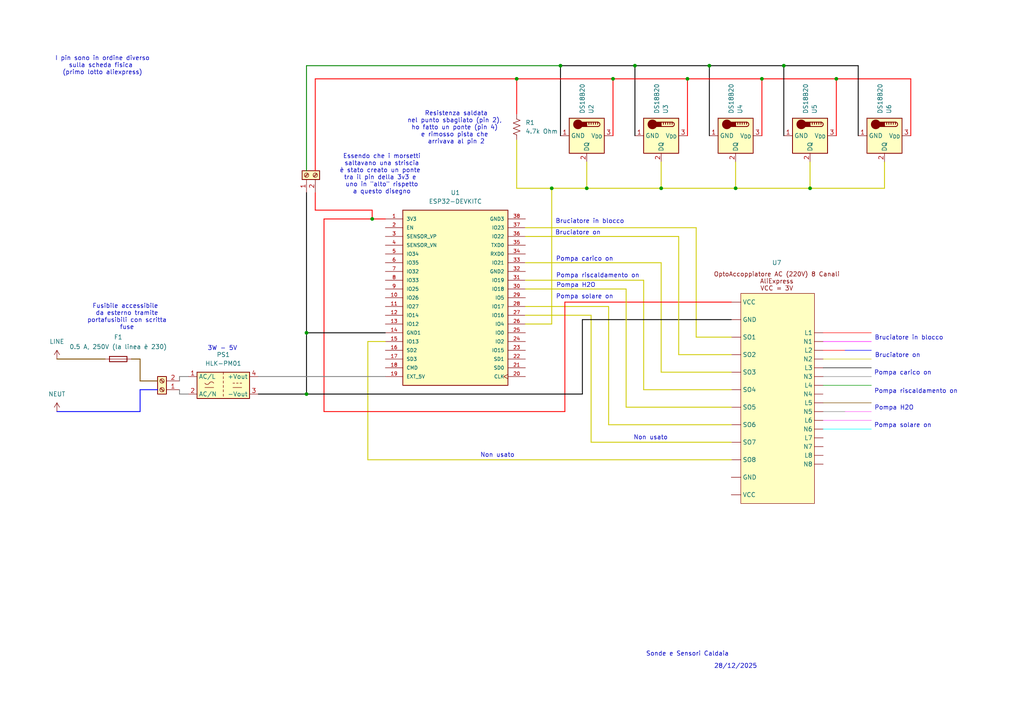
<source format=kicad_sch>
(kicad_sch
	(version 20250114)
	(generator "eeschema")
	(generator_version "9.0")
	(uuid "295794f6-fee2-41da-a51f-df643c58ad81")
	(paper "A4")
	(lib_symbols
		(symbol "Connector:Screw_Terminal_01x02"
			(pin_names
				(offset 1.016)
				(hide yes)
			)
			(exclude_from_sim no)
			(in_bom yes)
			(on_board yes)
			(property "Reference" "J"
				(at 0 2.54 0)
				(effects
					(font
						(size 1.27 1.27)
					)
				)
			)
			(property "Value" "Screw_Terminal_01x02"
				(at 0 -5.08 0)
				(effects
					(font
						(size 1.27 1.27)
					)
				)
			)
			(property "Footprint" ""
				(at 0 0 0)
				(effects
					(font
						(size 1.27 1.27)
					)
					(hide yes)
				)
			)
			(property "Datasheet" "~"
				(at 0 0 0)
				(effects
					(font
						(size 1.27 1.27)
					)
					(hide yes)
				)
			)
			(property "Description" "Generic screw terminal, single row, 01x02, script generated (kicad-library-utils/schlib/autogen/connector/)"
				(at 0 0 0)
				(effects
					(font
						(size 1.27 1.27)
					)
					(hide yes)
				)
			)
			(property "ki_keywords" "screw terminal"
				(at 0 0 0)
				(effects
					(font
						(size 1.27 1.27)
					)
					(hide yes)
				)
			)
			(property "ki_fp_filters" "TerminalBlock*:*"
				(at 0 0 0)
				(effects
					(font
						(size 1.27 1.27)
					)
					(hide yes)
				)
			)
			(symbol "Screw_Terminal_01x02_1_1"
				(rectangle
					(start -1.27 1.27)
					(end 1.27 -3.81)
					(stroke
						(width 0.254)
						(type default)
					)
					(fill
						(type background)
					)
				)
				(polyline
					(pts
						(xy -0.5334 0.3302) (xy 0.3302 -0.508)
					)
					(stroke
						(width 0.1524)
						(type default)
					)
					(fill
						(type none)
					)
				)
				(polyline
					(pts
						(xy -0.5334 -2.2098) (xy 0.3302 -3.048)
					)
					(stroke
						(width 0.1524)
						(type default)
					)
					(fill
						(type none)
					)
				)
				(polyline
					(pts
						(xy -0.3556 0.508) (xy 0.508 -0.3302)
					)
					(stroke
						(width 0.1524)
						(type default)
					)
					(fill
						(type none)
					)
				)
				(polyline
					(pts
						(xy -0.3556 -2.032) (xy 0.508 -2.8702)
					)
					(stroke
						(width 0.1524)
						(type default)
					)
					(fill
						(type none)
					)
				)
				(circle
					(center 0 0)
					(radius 0.635)
					(stroke
						(width 0.1524)
						(type default)
					)
					(fill
						(type none)
					)
				)
				(circle
					(center 0 -2.54)
					(radius 0.635)
					(stroke
						(width 0.1524)
						(type default)
					)
					(fill
						(type none)
					)
				)
				(pin passive line
					(at -5.08 0 0)
					(length 3.81)
					(name "Pin_1"
						(effects
							(font
								(size 1.27 1.27)
							)
						)
					)
					(number "1"
						(effects
							(font
								(size 1.27 1.27)
							)
						)
					)
				)
				(pin passive line
					(at -5.08 -2.54 0)
					(length 3.81)
					(name "Pin_2"
						(effects
							(font
								(size 1.27 1.27)
							)
						)
					)
					(number "2"
						(effects
							(font
								(size 1.27 1.27)
							)
						)
					)
				)
			)
			(embedded_fonts no)
		)
		(symbol "Converter_ACDC:HLK-PM01"
			(exclude_from_sim no)
			(in_bom yes)
			(on_board yes)
			(property "Reference" "PS"
				(at 0 5.08 0)
				(effects
					(font
						(size 1.27 1.27)
					)
				)
			)
			(property "Value" "HLK-PM01"
				(at 0 -5.08 0)
				(effects
					(font
						(size 1.27 1.27)
					)
				)
			)
			(property "Footprint" "Converter_ACDC:Converter_ACDC_Hi-Link_HLK-PMxx"
				(at 0 -7.62 0)
				(effects
					(font
						(size 1.27 1.27)
					)
					(hide yes)
				)
			)
			(property "Datasheet" "https://h.hlktech.com/download/ACDC%E7%94%B5%E6%BA%90%E6%A8%A1%E5%9D%973W%E7%B3%BB%E5%88%97/1/%E6%B5%B7%E5%87%8C%E7%A7%913W%E7%B3%BB%E5%88%97%E7%94%B5%E6%BA%90%E6%A8%A1%E5%9D%97%E8%A7%84%E6%A0%BC%E4%B9%A6V2.8.pdf"
				(at 10.16 -8.89 0)
				(effects
					(font
						(size 1.27 1.27)
					)
					(hide yes)
				)
			)
			(property "Description" "Compact AC/DC board mount power module 3W 5V"
				(at 0 0 0)
				(effects
					(font
						(size 1.27 1.27)
					)
					(hide yes)
				)
			)
			(property "ki_keywords" "AC/DC module power supply"
				(at 0 0 0)
				(effects
					(font
						(size 1.27 1.27)
					)
					(hide yes)
				)
			)
			(property "ki_fp_filters" "Converter*ACDC*Hi?Link*HLK?PM*"
				(at 0 0 0)
				(effects
					(font
						(size 1.27 1.27)
					)
					(hide yes)
				)
			)
			(symbol "HLK-PM01_0_1"
				(rectangle
					(start -7.62 3.81)
					(end 7.62 -3.81)
					(stroke
						(width 0.254)
						(type default)
					)
					(fill
						(type background)
					)
				)
				(polyline
					(pts
						(xy -5.334 -0.635) (xy -2.794 -0.635)
					)
					(stroke
						(width 0)
						(type default)
					)
					(fill
						(type none)
					)
				)
				(arc
					(start -4.064 0.635)
					(mid -4.699 0.2495)
					(end -5.334 0.635)
					(stroke
						(width 0)
						(type default)
					)
					(fill
						(type none)
					)
				)
				(arc
					(start -4.064 0.635)
					(mid -3.429 1.0072)
					(end -2.794 0.635)
					(stroke
						(width 0)
						(type default)
					)
					(fill
						(type none)
					)
				)
				(polyline
					(pts
						(xy 0 3.81) (xy 0 3.175)
					)
					(stroke
						(width 0)
						(type default)
					)
					(fill
						(type none)
					)
				)
				(polyline
					(pts
						(xy 0 2.54) (xy 0 1.905)
					)
					(stroke
						(width 0)
						(type default)
					)
					(fill
						(type none)
					)
				)
				(polyline
					(pts
						(xy 0 1.27) (xy 0 0.635)
					)
					(stroke
						(width 0)
						(type default)
					)
					(fill
						(type none)
					)
				)
				(polyline
					(pts
						(xy 0 0) (xy 0 -0.635)
					)
					(stroke
						(width 0)
						(type default)
					)
					(fill
						(type none)
					)
				)
				(polyline
					(pts
						(xy 0 -1.27) (xy 0 -1.905)
					)
					(stroke
						(width 0)
						(type default)
					)
					(fill
						(type none)
					)
				)
				(polyline
					(pts
						(xy 0 -2.54) (xy 0 -3.175)
					)
					(stroke
						(width 0)
						(type default)
					)
					(fill
						(type none)
					)
				)
				(polyline
					(pts
						(xy 2.794 0.635) (xy 3.302 0.635)
					)
					(stroke
						(width 0)
						(type default)
					)
					(fill
						(type none)
					)
				)
				(polyline
					(pts
						(xy 2.794 -0.635) (xy 5.334 -0.635)
					)
					(stroke
						(width 0)
						(type default)
					)
					(fill
						(type none)
					)
				)
				(polyline
					(pts
						(xy 3.81 0.635) (xy 4.318 0.635)
					)
					(stroke
						(width 0)
						(type default)
					)
					(fill
						(type none)
					)
				)
				(polyline
					(pts
						(xy 4.826 0.635) (xy 5.334 0.635)
					)
					(stroke
						(width 0)
						(type default)
					)
					(fill
						(type none)
					)
				)
			)
			(symbol "HLK-PM01_1_1"
				(pin power_in line
					(at -10.16 2.54 0)
					(length 2.54)
					(name "AC/L"
						(effects
							(font
								(size 1.27 1.27)
							)
						)
					)
					(number "1"
						(effects
							(font
								(size 1.27 1.27)
							)
						)
					)
				)
				(pin power_in line
					(at -10.16 -2.54 0)
					(length 2.54)
					(name "AC/N"
						(effects
							(font
								(size 1.27 1.27)
							)
						)
					)
					(number "2"
						(effects
							(font
								(size 1.27 1.27)
							)
						)
					)
				)
				(pin power_out line
					(at 10.16 2.54 180)
					(length 2.54)
					(name "+Vout"
						(effects
							(font
								(size 1.27 1.27)
							)
						)
					)
					(number "4"
						(effects
							(font
								(size 1.27 1.27)
							)
						)
					)
				)
				(pin power_out line
					(at 10.16 -2.54 180)
					(length 2.54)
					(name "-Vout"
						(effects
							(font
								(size 1.27 1.27)
							)
						)
					)
					(number "3"
						(effects
							(font
								(size 1.27 1.27)
							)
						)
					)
				)
			)
			(embedded_fonts no)
		)
		(symbol "Device:Fuse"
			(pin_numbers
				(hide yes)
			)
			(pin_names
				(offset 0)
			)
			(exclude_from_sim no)
			(in_bom yes)
			(on_board yes)
			(property "Reference" "F"
				(at 2.032 0 90)
				(effects
					(font
						(size 1.27 1.27)
					)
				)
			)
			(property "Value" "Fuse"
				(at -1.905 0 90)
				(effects
					(font
						(size 1.27 1.27)
					)
				)
			)
			(property "Footprint" ""
				(at -1.778 0 90)
				(effects
					(font
						(size 1.27 1.27)
					)
					(hide yes)
				)
			)
			(property "Datasheet" "~"
				(at 0 0 0)
				(effects
					(font
						(size 1.27 1.27)
					)
					(hide yes)
				)
			)
			(property "Description" "Fuse"
				(at 0 0 0)
				(effects
					(font
						(size 1.27 1.27)
					)
					(hide yes)
				)
			)
			(property "ki_keywords" "fuse"
				(at 0 0 0)
				(effects
					(font
						(size 1.27 1.27)
					)
					(hide yes)
				)
			)
			(property "ki_fp_filters" "*Fuse*"
				(at 0 0 0)
				(effects
					(font
						(size 1.27 1.27)
					)
					(hide yes)
				)
			)
			(symbol "Fuse_0_1"
				(rectangle
					(start -0.762 -2.54)
					(end 0.762 2.54)
					(stroke
						(width 0.254)
						(type default)
					)
					(fill
						(type none)
					)
				)
				(polyline
					(pts
						(xy 0 2.54) (xy 0 -2.54)
					)
					(stroke
						(width 0)
						(type default)
					)
					(fill
						(type none)
					)
				)
			)
			(symbol "Fuse_1_1"
				(pin passive line
					(at 0 3.81 270)
					(length 1.27)
					(name "~"
						(effects
							(font
								(size 1.27 1.27)
							)
						)
					)
					(number "1"
						(effects
							(font
								(size 1.27 1.27)
							)
						)
					)
				)
				(pin passive line
					(at 0 -3.81 90)
					(length 1.27)
					(name "~"
						(effects
							(font
								(size 1.27 1.27)
							)
						)
					)
					(number "2"
						(effects
							(font
								(size 1.27 1.27)
							)
						)
					)
				)
			)
			(embedded_fonts no)
		)
		(symbol "Device:R_US"
			(pin_numbers
				(hide yes)
			)
			(pin_names
				(offset 0)
			)
			(exclude_from_sim no)
			(in_bom yes)
			(on_board yes)
			(property "Reference" "R"
				(at 2.54 0 90)
				(effects
					(font
						(size 1.27 1.27)
					)
				)
			)
			(property "Value" "R_US"
				(at -2.54 0 90)
				(effects
					(font
						(size 1.27 1.27)
					)
				)
			)
			(property "Footprint" ""
				(at 1.016 -0.254 90)
				(effects
					(font
						(size 1.27 1.27)
					)
					(hide yes)
				)
			)
			(property "Datasheet" "~"
				(at 0 0 0)
				(effects
					(font
						(size 1.27 1.27)
					)
					(hide yes)
				)
			)
			(property "Description" "Resistor, US symbol"
				(at 0 0 0)
				(effects
					(font
						(size 1.27 1.27)
					)
					(hide yes)
				)
			)
			(property "ki_keywords" "R res resistor"
				(at 0 0 0)
				(effects
					(font
						(size 1.27 1.27)
					)
					(hide yes)
				)
			)
			(property "ki_fp_filters" "R_*"
				(at 0 0 0)
				(effects
					(font
						(size 1.27 1.27)
					)
					(hide yes)
				)
			)
			(symbol "R_US_0_1"
				(polyline
					(pts
						(xy 0 2.286) (xy 0 2.54)
					)
					(stroke
						(width 0)
						(type default)
					)
					(fill
						(type none)
					)
				)
				(polyline
					(pts
						(xy 0 2.286) (xy 1.016 1.905) (xy 0 1.524) (xy -1.016 1.143) (xy 0 0.762)
					)
					(stroke
						(width 0)
						(type default)
					)
					(fill
						(type none)
					)
				)
				(polyline
					(pts
						(xy 0 0.762) (xy 1.016 0.381) (xy 0 0) (xy -1.016 -0.381) (xy 0 -0.762)
					)
					(stroke
						(width 0)
						(type default)
					)
					(fill
						(type none)
					)
				)
				(polyline
					(pts
						(xy 0 -0.762) (xy 1.016 -1.143) (xy 0 -1.524) (xy -1.016 -1.905) (xy 0 -2.286)
					)
					(stroke
						(width 0)
						(type default)
					)
					(fill
						(type none)
					)
				)
				(polyline
					(pts
						(xy 0 -2.286) (xy 0 -2.54)
					)
					(stroke
						(width 0)
						(type default)
					)
					(fill
						(type none)
					)
				)
			)
			(symbol "R_US_1_1"
				(pin passive line
					(at 0 3.81 270)
					(length 1.27)
					(name "~"
						(effects
							(font
								(size 1.27 1.27)
							)
						)
					)
					(number "1"
						(effects
							(font
								(size 1.27 1.27)
							)
						)
					)
				)
				(pin passive line
					(at 0 -3.81 90)
					(length 1.27)
					(name "~"
						(effects
							(font
								(size 1.27 1.27)
							)
						)
					)
					(number "2"
						(effects
							(font
								(size 1.27 1.27)
							)
						)
					)
				)
			)
			(embedded_fonts no)
		)
		(symbol "ESP32-DEVKITC:ESP32-DEVKITC"
			(pin_names
				(offset 1.016)
			)
			(exclude_from_sim no)
			(in_bom yes)
			(on_board yes)
			(property "Reference" "U"
				(at -15.2572 26.0643 0)
				(effects
					(font
						(size 1.27 1.27)
					)
					(justify left bottom)
				)
			)
			(property "Value" "ESP32-DEVKITC"
				(at -15.2563 -27.9698 0)
				(effects
					(font
						(size 1.27 1.27)
					)
					(justify left bottom)
				)
			)
			(property "Footprint" "ESP32-DEVKITC:MODULE_ESP32-DEVKITC"
				(at 0 0 0)
				(effects
					(font
						(size 1.27 1.27)
					)
					(justify bottom)
					(hide yes)
				)
			)
			(property "Datasheet" ""
				(at 0 0 0)
				(effects
					(font
						(size 1.27 1.27)
					)
					(hide yes)
				)
			)
			(property "Description" ""
				(at 0 0 0)
				(effects
					(font
						(size 1.27 1.27)
					)
					(hide yes)
				)
			)
			(property "MF" "Espressif Systems"
				(at 0 0 0)
				(effects
					(font
						(size 1.27 1.27)
					)
					(justify bottom)
					(hide yes)
				)
			)
			(property "Description_1" "Transceiver; 802.11 b/g/n (Wi-Fi, WiFi, WLAN), Bluetooth® Smart Ready 4.x Dual Mode"
				(at 0 0 0)
				(effects
					(font
						(size 1.27 1.27)
					)
					(justify bottom)
					(hide yes)
				)
			)
			(property "Package" "None"
				(at 0 0 0)
				(effects
					(font
						(size 1.27 1.27)
					)
					(justify bottom)
					(hide yes)
				)
			)
			(property "Price" "None"
				(at 0 0 0)
				(effects
					(font
						(size 1.27 1.27)
					)
					(justify bottom)
					(hide yes)
				)
			)
			(property "Check_prices" "https://www.snapeda.com/parts/ESP32-DEVKITC-32D-F/Espressif+Systems/view-part/?ref=eda"
				(at 0 0 0)
				(effects
					(font
						(size 1.27 1.27)
					)
					(justify bottom)
					(hide yes)
				)
			)
			(property "STANDARD" "Manufacturer Recommendations"
				(at 0 0 0)
				(effects
					(font
						(size 1.27 1.27)
					)
					(justify bottom)
					(hide yes)
				)
			)
			(property "PARTREV" "N/A"
				(at 0 0 0)
				(effects
					(font
						(size 1.27 1.27)
					)
					(justify bottom)
					(hide yes)
				)
			)
			(property "SnapEDA_Link" "https://www.snapeda.com/parts/ESP32-DEVKITC-32D-F/Espressif+Systems/view-part/?ref=snap"
				(at 0 0 0)
				(effects
					(font
						(size 1.27 1.27)
					)
					(justify bottom)
					(hide yes)
				)
			)
			(property "MP" "ESP32-DEVKITC-32D-F"
				(at 0 0 0)
				(effects
					(font
						(size 1.27 1.27)
					)
					(justify bottom)
					(hide yes)
				)
			)
			(property "Availability" "In Stock"
				(at 0 0 0)
				(effects
					(font
						(size 1.27 1.27)
					)
					(justify bottom)
					(hide yes)
				)
			)
			(property "MANUFACTURER" "ESPRESSIF"
				(at 0 0 0)
				(effects
					(font
						(size 1.27 1.27)
					)
					(justify bottom)
					(hide yes)
				)
			)
			(symbol "ESP32-DEVKITC_0_0"
				(rectangle
					(start -15.24 -25.4)
					(end 15.24 25.4)
					(stroke
						(width 0.254)
						(type default)
					)
					(fill
						(type background)
					)
				)
				(pin power_in line
					(at -20.32 22.86 0)
					(length 5.08)
					(name "3V3"
						(effects
							(font
								(size 1.016 1.016)
							)
						)
					)
					(number "1"
						(effects
							(font
								(size 1.016 1.016)
							)
						)
					)
				)
				(pin input line
					(at -20.32 20.32 0)
					(length 5.08)
					(name "EN"
						(effects
							(font
								(size 1.016 1.016)
							)
						)
					)
					(number "2"
						(effects
							(font
								(size 1.016 1.016)
							)
						)
					)
				)
				(pin input line
					(at -20.32 17.78 0)
					(length 5.08)
					(name "SENSOR_VP"
						(effects
							(font
								(size 1.016 1.016)
							)
						)
					)
					(number "3"
						(effects
							(font
								(size 1.016 1.016)
							)
						)
					)
				)
				(pin input line
					(at -20.32 15.24 0)
					(length 5.08)
					(name "SENSOR_VN"
						(effects
							(font
								(size 1.016 1.016)
							)
						)
					)
					(number "4"
						(effects
							(font
								(size 1.016 1.016)
							)
						)
					)
				)
				(pin bidirectional line
					(at -20.32 12.7 0)
					(length 5.08)
					(name "IO34"
						(effects
							(font
								(size 1.016 1.016)
							)
						)
					)
					(number "5"
						(effects
							(font
								(size 1.016 1.016)
							)
						)
					)
				)
				(pin bidirectional line
					(at -20.32 10.16 0)
					(length 5.08)
					(name "IO35"
						(effects
							(font
								(size 1.016 1.016)
							)
						)
					)
					(number "6"
						(effects
							(font
								(size 1.016 1.016)
							)
						)
					)
				)
				(pin bidirectional line
					(at -20.32 7.62 0)
					(length 5.08)
					(name "IO32"
						(effects
							(font
								(size 1.016 1.016)
							)
						)
					)
					(number "7"
						(effects
							(font
								(size 1.016 1.016)
							)
						)
					)
				)
				(pin bidirectional line
					(at -20.32 5.08 0)
					(length 5.08)
					(name "IO33"
						(effects
							(font
								(size 1.016 1.016)
							)
						)
					)
					(number "8"
						(effects
							(font
								(size 1.016 1.016)
							)
						)
					)
				)
				(pin bidirectional line
					(at -20.32 2.54 0)
					(length 5.08)
					(name "IO25"
						(effects
							(font
								(size 1.016 1.016)
							)
						)
					)
					(number "9"
						(effects
							(font
								(size 1.016 1.016)
							)
						)
					)
				)
				(pin bidirectional line
					(at -20.32 0 0)
					(length 5.08)
					(name "IO26"
						(effects
							(font
								(size 1.016 1.016)
							)
						)
					)
					(number "10"
						(effects
							(font
								(size 1.016 1.016)
							)
						)
					)
				)
				(pin bidirectional line
					(at -20.32 -2.54 0)
					(length 5.08)
					(name "IO27"
						(effects
							(font
								(size 1.016 1.016)
							)
						)
					)
					(number "11"
						(effects
							(font
								(size 1.016 1.016)
							)
						)
					)
				)
				(pin bidirectional line
					(at -20.32 -5.08 0)
					(length 5.08)
					(name "IO14"
						(effects
							(font
								(size 1.016 1.016)
							)
						)
					)
					(number "12"
						(effects
							(font
								(size 1.016 1.016)
							)
						)
					)
				)
				(pin bidirectional line
					(at -20.32 -7.62 0)
					(length 5.08)
					(name "IO12"
						(effects
							(font
								(size 1.016 1.016)
							)
						)
					)
					(number "13"
						(effects
							(font
								(size 1.016 1.016)
							)
						)
					)
				)
				(pin power_in line
					(at -20.32 -10.16 0)
					(length 5.08)
					(name "GND1"
						(effects
							(font
								(size 1.016 1.016)
							)
						)
					)
					(number "14"
						(effects
							(font
								(size 1.016 1.016)
							)
						)
					)
				)
				(pin bidirectional line
					(at -20.32 -12.7 0)
					(length 5.08)
					(name "IO13"
						(effects
							(font
								(size 1.016 1.016)
							)
						)
					)
					(number "15"
						(effects
							(font
								(size 1.016 1.016)
							)
						)
					)
				)
				(pin bidirectional line
					(at -20.32 -15.24 0)
					(length 5.08)
					(name "SD2"
						(effects
							(font
								(size 1.016 1.016)
							)
						)
					)
					(number "16"
						(effects
							(font
								(size 1.016 1.016)
							)
						)
					)
				)
				(pin bidirectional line
					(at -20.32 -17.78 0)
					(length 5.08)
					(name "SD3"
						(effects
							(font
								(size 1.016 1.016)
							)
						)
					)
					(number "17"
						(effects
							(font
								(size 1.016 1.016)
							)
						)
					)
				)
				(pin bidirectional line
					(at -20.32 -20.32 0)
					(length 5.08)
					(name "CMD"
						(effects
							(font
								(size 1.016 1.016)
							)
						)
					)
					(number "18"
						(effects
							(font
								(size 1.016 1.016)
							)
						)
					)
				)
				(pin power_in line
					(at -20.32 -22.86 0)
					(length 5.08)
					(name "EXT_5V"
						(effects
							(font
								(size 1.016 1.016)
							)
						)
					)
					(number "19"
						(effects
							(font
								(size 1.016 1.016)
							)
						)
					)
				)
				(pin power_in line
					(at 20.32 22.86 180)
					(length 5.08)
					(name "GND3"
						(effects
							(font
								(size 1.016 1.016)
							)
						)
					)
					(number "38"
						(effects
							(font
								(size 1.016 1.016)
							)
						)
					)
				)
				(pin bidirectional line
					(at 20.32 20.32 180)
					(length 5.08)
					(name "IO23"
						(effects
							(font
								(size 1.016 1.016)
							)
						)
					)
					(number "37"
						(effects
							(font
								(size 1.016 1.016)
							)
						)
					)
				)
				(pin bidirectional line
					(at 20.32 17.78 180)
					(length 5.08)
					(name "IO22"
						(effects
							(font
								(size 1.016 1.016)
							)
						)
					)
					(number "36"
						(effects
							(font
								(size 1.016 1.016)
							)
						)
					)
				)
				(pin output line
					(at 20.32 15.24 180)
					(length 5.08)
					(name "TXD0"
						(effects
							(font
								(size 1.016 1.016)
							)
						)
					)
					(number "35"
						(effects
							(font
								(size 1.016 1.016)
							)
						)
					)
				)
				(pin input line
					(at 20.32 12.7 180)
					(length 5.08)
					(name "RXD0"
						(effects
							(font
								(size 1.016 1.016)
							)
						)
					)
					(number "34"
						(effects
							(font
								(size 1.016 1.016)
							)
						)
					)
				)
				(pin bidirectional line
					(at 20.32 10.16 180)
					(length 5.08)
					(name "IO21"
						(effects
							(font
								(size 1.016 1.016)
							)
						)
					)
					(number "33"
						(effects
							(font
								(size 1.016 1.016)
							)
						)
					)
				)
				(pin power_in line
					(at 20.32 7.62 180)
					(length 5.08)
					(name "GND2"
						(effects
							(font
								(size 1.016 1.016)
							)
						)
					)
					(number "32"
						(effects
							(font
								(size 1.016 1.016)
							)
						)
					)
				)
				(pin bidirectional line
					(at 20.32 5.08 180)
					(length 5.08)
					(name "IO19"
						(effects
							(font
								(size 1.016 1.016)
							)
						)
					)
					(number "31"
						(effects
							(font
								(size 1.016 1.016)
							)
						)
					)
				)
				(pin bidirectional line
					(at 20.32 2.54 180)
					(length 5.08)
					(name "IO18"
						(effects
							(font
								(size 1.016 1.016)
							)
						)
					)
					(number "30"
						(effects
							(font
								(size 1.016 1.016)
							)
						)
					)
				)
				(pin bidirectional line
					(at 20.32 0 180)
					(length 5.08)
					(name "IO5"
						(effects
							(font
								(size 1.016 1.016)
							)
						)
					)
					(number "29"
						(effects
							(font
								(size 1.016 1.016)
							)
						)
					)
				)
				(pin bidirectional line
					(at 20.32 -2.54 180)
					(length 5.08)
					(name "IO17"
						(effects
							(font
								(size 1.016 1.016)
							)
						)
					)
					(number "28"
						(effects
							(font
								(size 1.016 1.016)
							)
						)
					)
				)
				(pin bidirectional line
					(at 20.32 -5.08 180)
					(length 5.08)
					(name "IO16"
						(effects
							(font
								(size 1.016 1.016)
							)
						)
					)
					(number "27"
						(effects
							(font
								(size 1.016 1.016)
							)
						)
					)
				)
				(pin bidirectional line
					(at 20.32 -7.62 180)
					(length 5.08)
					(name "IO4"
						(effects
							(font
								(size 1.016 1.016)
							)
						)
					)
					(number "26"
						(effects
							(font
								(size 1.016 1.016)
							)
						)
					)
				)
				(pin bidirectional line
					(at 20.32 -10.16 180)
					(length 5.08)
					(name "IO0"
						(effects
							(font
								(size 1.016 1.016)
							)
						)
					)
					(number "25"
						(effects
							(font
								(size 1.016 1.016)
							)
						)
					)
				)
				(pin bidirectional line
					(at 20.32 -12.7 180)
					(length 5.08)
					(name "IO2"
						(effects
							(font
								(size 1.016 1.016)
							)
						)
					)
					(number "24"
						(effects
							(font
								(size 1.016 1.016)
							)
						)
					)
				)
				(pin bidirectional line
					(at 20.32 -15.24 180)
					(length 5.08)
					(name "IO15"
						(effects
							(font
								(size 1.016 1.016)
							)
						)
					)
					(number "23"
						(effects
							(font
								(size 1.016 1.016)
							)
						)
					)
				)
				(pin bidirectional line
					(at 20.32 -17.78 180)
					(length 5.08)
					(name "SD1"
						(effects
							(font
								(size 1.016 1.016)
							)
						)
					)
					(number "22"
						(effects
							(font
								(size 1.016 1.016)
							)
						)
					)
				)
				(pin bidirectional line
					(at 20.32 -20.32 180)
					(length 5.08)
					(name "SD0"
						(effects
							(font
								(size 1.016 1.016)
							)
						)
					)
					(number "21"
						(effects
							(font
								(size 1.016 1.016)
							)
						)
					)
				)
				(pin input clock
					(at 20.32 -22.86 180)
					(length 5.08)
					(name "CLK"
						(effects
							(font
								(size 1.016 1.016)
							)
						)
					)
					(number "20"
						(effects
							(font
								(size 1.016 1.016)
							)
						)
					)
				)
			)
			(embedded_fonts no)
		)
		(symbol "Mia Libreria:OptoAccoppiatore"
			(exclude_from_sim no)
			(in_bom yes)
			(on_board yes)
			(property "Reference" "U"
				(at 7.62 16.764 0)
				(effects
					(font
						(size 1.27 1.27)
					)
				)
			)
			(property "Value" ""
				(at 0 0 0)
				(effects
					(font
						(size 1.27 1.27)
					)
				)
			)
			(property "Footprint" ""
				(at 0 0 0)
				(effects
					(font
						(size 1.27 1.27)
					)
					(hide yes)
				)
			)
			(property "Datasheet" ""
				(at 0 0 0)
				(effects
					(font
						(size 1.27 1.27)
					)
					(hide yes)
				)
			)
			(property "Description" ""
				(at 0 0 0)
				(effects
					(font
						(size 1.27 1.27)
					)
					(hide yes)
				)
			)
			(symbol "OptoAccoppiatore_1_1"
				(rectangle
					(start -2.286 8.89)
					(end 19.05 -52.07)
					(stroke
						(width 0)
						(type solid)
					)
					(fill
						(type color)
						(color 255 255 194 1)
					)
				)
				(text "OptoAccoppiatore AC (220V) 8 Canali\nAliExpress\nVCC = 3V"
					(at 8.128 12.446 0)
					(effects
						(font
							(size 1.27 1.27)
						)
					)
				)
				(pin input line
					(at -5.08 6.35 0)
					(length 2.794)
					(name "VCC"
						(effects
							(font
								(size 1.27 1.27)
							)
						)
					)
					(number ""
						(effects
							(font
								(size 1.27 1.27)
							)
						)
					)
				)
				(pin input line
					(at -5.08 1.27 0)
					(length 2.794)
					(name "GND"
						(effects
							(font
								(size 1.27 1.27)
							)
						)
					)
					(number ""
						(effects
							(font
								(size 1.27 1.27)
							)
						)
					)
				)
				(pin input line
					(at -5.08 -3.81 0)
					(length 2.794)
					(name "SO1"
						(effects
							(font
								(size 1.27 1.27)
							)
						)
					)
					(number ""
						(effects
							(font
								(size 1.27 1.27)
							)
						)
					)
				)
				(pin input line
					(at -5.08 -8.89 0)
					(length 2.794)
					(name "SO2"
						(effects
							(font
								(size 1.27 1.27)
							)
						)
					)
					(number ""
						(effects
							(font
								(size 1.27 1.27)
							)
						)
					)
				)
				(pin input line
					(at -5.08 -13.97 0)
					(length 2.794)
					(name "SO3"
						(effects
							(font
								(size 1.27 1.27)
							)
						)
					)
					(number ""
						(effects
							(font
								(size 1.27 1.27)
							)
						)
					)
				)
				(pin input line
					(at -5.08 -19.05 0)
					(length 2.794)
					(name "SO4"
						(effects
							(font
								(size 1.27 1.27)
							)
						)
					)
					(number ""
						(effects
							(font
								(size 1.27 1.27)
							)
						)
					)
				)
				(pin input line
					(at -5.08 -24.13 0)
					(length 2.794)
					(name "SO5"
						(effects
							(font
								(size 1.27 1.27)
							)
						)
					)
					(number ""
						(effects
							(font
								(size 1.27 1.27)
							)
						)
					)
				)
				(pin input line
					(at -5.08 -29.21 0)
					(length 2.794)
					(name "SO6"
						(effects
							(font
								(size 1.27 1.27)
							)
						)
					)
					(number ""
						(effects
							(font
								(size 1.27 1.27)
							)
						)
					)
				)
				(pin input line
					(at -5.08 -34.29 0)
					(length 2.794)
					(name "SO7"
						(effects
							(font
								(size 1.27 1.27)
							)
						)
					)
					(number ""
						(effects
							(font
								(size 1.27 1.27)
							)
						)
					)
				)
				(pin input line
					(at -5.08 -39.37 0)
					(length 2.794)
					(name "SO8"
						(effects
							(font
								(size 1.27 1.27)
							)
						)
					)
					(number ""
						(effects
							(font
								(size 1.27 1.27)
							)
						)
					)
				)
				(pin input line
					(at -5.08 -44.45 0)
					(length 2.794)
					(name "GND"
						(effects
							(font
								(size 1.27 1.27)
							)
						)
					)
					(number ""
						(effects
							(font
								(size 1.27 1.27)
							)
						)
					)
				)
				(pin input line
					(at -5.08 -49.53 0)
					(length 2.794)
					(name "VCC"
						(effects
							(font
								(size 1.27 1.27)
							)
						)
					)
					(number ""
						(effects
							(font
								(size 1.27 1.27)
							)
						)
					)
				)
				(pin input line
					(at 21.59 -2.54 180)
					(length 2.54)
					(name "L1"
						(effects
							(font
								(size 1.27 1.27)
							)
						)
					)
					(number ""
						(effects
							(font
								(size 1.27 1.27)
							)
						)
					)
				)
				(pin input line
					(at 21.59 -5.08 180)
					(length 2.54)
					(name "N1"
						(effects
							(font
								(size 1.27 1.27)
							)
						)
					)
					(number ""
						(effects
							(font
								(size 1.27 1.27)
							)
						)
					)
				)
				(pin input line
					(at 21.59 -7.62 180)
					(length 2.54)
					(name "L2"
						(effects
							(font
								(size 1.27 1.27)
							)
						)
					)
					(number ""
						(effects
							(font
								(size 1.27 1.27)
							)
						)
					)
				)
				(pin input line
					(at 21.59 -10.16 180)
					(length 2.54)
					(name "N2"
						(effects
							(font
								(size 1.27 1.27)
							)
						)
					)
					(number ""
						(effects
							(font
								(size 1.27 1.27)
							)
						)
					)
				)
				(pin input line
					(at 21.59 -12.7 180)
					(length 2.54)
					(name "L3"
						(effects
							(font
								(size 1.27 1.27)
							)
						)
					)
					(number ""
						(effects
							(font
								(size 1.27 1.27)
							)
						)
					)
				)
				(pin input line
					(at 21.59 -15.24 180)
					(length 2.54)
					(name "N3"
						(effects
							(font
								(size 1.27 1.27)
							)
						)
					)
					(number ""
						(effects
							(font
								(size 1.27 1.27)
							)
						)
					)
				)
				(pin input line
					(at 21.59 -17.78 180)
					(length 2.54)
					(name "L4"
						(effects
							(font
								(size 1.27 1.27)
							)
						)
					)
					(number ""
						(effects
							(font
								(size 1.27 1.27)
							)
						)
					)
				)
				(pin input line
					(at 21.59 -20.32 180)
					(length 2.54)
					(name "N4"
						(effects
							(font
								(size 1.27 1.27)
							)
						)
					)
					(number ""
						(effects
							(font
								(size 1.27 1.27)
							)
						)
					)
				)
				(pin input line
					(at 21.59 -22.86 180)
					(length 2.54)
					(name "L5"
						(effects
							(font
								(size 1.27 1.27)
							)
						)
					)
					(number ""
						(effects
							(font
								(size 1.27 1.27)
							)
						)
					)
				)
				(pin input line
					(at 21.59 -25.4 180)
					(length 2.54)
					(name "N5"
						(effects
							(font
								(size 1.27 1.27)
							)
						)
					)
					(number ""
						(effects
							(font
								(size 1.27 1.27)
							)
						)
					)
				)
				(pin input line
					(at 21.59 -27.94 180)
					(length 2.54)
					(name "L6"
						(effects
							(font
								(size 1.27 1.27)
							)
						)
					)
					(number ""
						(effects
							(font
								(size 1.27 1.27)
							)
						)
					)
				)
				(pin input line
					(at 21.59 -30.48 180)
					(length 2.54)
					(name "N6"
						(effects
							(font
								(size 1.27 1.27)
							)
						)
					)
					(number ""
						(effects
							(font
								(size 1.27 1.27)
							)
						)
					)
				)
				(pin input line
					(at 21.59 -33.02 180)
					(length 2.54)
					(name "L7"
						(effects
							(font
								(size 1.27 1.27)
							)
						)
					)
					(number ""
						(effects
							(font
								(size 1.27 1.27)
							)
						)
					)
				)
				(pin input line
					(at 21.59 -35.56 180)
					(length 2.54)
					(name "N7"
						(effects
							(font
								(size 1.27 1.27)
							)
						)
					)
					(number ""
						(effects
							(font
								(size 1.27 1.27)
							)
						)
					)
				)
				(pin input line
					(at 21.59 -38.1 180)
					(length 2.54)
					(name "L8"
						(effects
							(font
								(size 1.27 1.27)
							)
						)
					)
					(number ""
						(effects
							(font
								(size 1.27 1.27)
							)
						)
					)
				)
				(pin input line
					(at 21.59 -40.64 180)
					(length 2.54)
					(name "N8"
						(effects
							(font
								(size 1.27 1.27)
							)
						)
					)
					(number ""
						(effects
							(font
								(size 1.27 1.27)
							)
						)
					)
				)
			)
			(embedded_fonts no)
		)
		(symbol "Sensor_Temperature:DS18B20"
			(exclude_from_sim no)
			(in_bom yes)
			(on_board yes)
			(property "Reference" "U"
				(at -3.81 6.35 0)
				(effects
					(font
						(size 1.27 1.27)
					)
				)
			)
			(property "Value" "DS18B20"
				(at 6.35 6.35 0)
				(effects
					(font
						(size 1.27 1.27)
					)
				)
			)
			(property "Footprint" "Package_TO_SOT_THT:TO-92_Inline"
				(at -25.4 -6.35 0)
				(effects
					(font
						(size 1.27 1.27)
					)
					(hide yes)
				)
			)
			(property "Datasheet" "http://datasheets.maximintegrated.com/en/ds/DS18B20.pdf"
				(at -3.81 6.35 0)
				(effects
					(font
						(size 1.27 1.27)
					)
					(hide yes)
				)
			)
			(property "Description" "Programmable Resolution 1-Wire Digital Thermometer TO-92"
				(at 0 0 0)
				(effects
					(font
						(size 1.27 1.27)
					)
					(hide yes)
				)
			)
			(property "ki_keywords" "OneWire 1Wire Dallas Maxim"
				(at 0 0 0)
				(effects
					(font
						(size 1.27 1.27)
					)
					(hide yes)
				)
			)
			(property "ki_fp_filters" "TO*92*"
				(at 0 0 0)
				(effects
					(font
						(size 1.27 1.27)
					)
					(hide yes)
				)
			)
			(symbol "DS18B20_0_1"
				(rectangle
					(start -5.08 5.08)
					(end 5.08 -5.08)
					(stroke
						(width 0.254)
						(type default)
					)
					(fill
						(type background)
					)
				)
				(polyline
					(pts
						(xy -3.937 3.175) (xy -3.937 0)
					)
					(stroke
						(width 0.254)
						(type default)
					)
					(fill
						(type none)
					)
				)
				(polyline
					(pts
						(xy -3.937 3.175) (xy -3.302 3.175)
					)
					(stroke
						(width 0.254)
						(type default)
					)
					(fill
						(type none)
					)
				)
				(polyline
					(pts
						(xy -3.937 2.54) (xy -3.302 2.54)
					)
					(stroke
						(width 0.254)
						(type default)
					)
					(fill
						(type none)
					)
				)
				(polyline
					(pts
						(xy -3.937 1.905) (xy -3.302 1.905)
					)
					(stroke
						(width 0.254)
						(type default)
					)
					(fill
						(type none)
					)
				)
				(polyline
					(pts
						(xy -3.937 1.27) (xy -3.302 1.27)
					)
					(stroke
						(width 0.254)
						(type default)
					)
					(fill
						(type none)
					)
				)
				(polyline
					(pts
						(xy -3.937 0.635) (xy -3.302 0.635)
					)
					(stroke
						(width 0.254)
						(type default)
					)
					(fill
						(type none)
					)
				)
				(arc
					(start -3.937 3.175)
					(mid -3.302 3.8073)
					(end -2.667 3.175)
					(stroke
						(width 0.254)
						(type default)
					)
					(fill
						(type none)
					)
				)
				(circle
					(center -3.302 -2.54)
					(radius 1.27)
					(stroke
						(width 0.254)
						(type default)
					)
					(fill
						(type outline)
					)
				)
				(polyline
					(pts
						(xy -2.667 3.175) (xy -2.667 0)
					)
					(stroke
						(width 0.254)
						(type default)
					)
					(fill
						(type none)
					)
				)
				(rectangle
					(start -2.667 -1.905)
					(end -3.937 0)
					(stroke
						(width 0.254)
						(type default)
					)
					(fill
						(type outline)
					)
				)
			)
			(symbol "DS18B20_1_1"
				(pin power_in line
					(at 0 7.62 270)
					(length 2.54)
					(name "V_{DD}"
						(effects
							(font
								(size 1.27 1.27)
							)
						)
					)
					(number "3"
						(effects
							(font
								(size 1.27 1.27)
							)
						)
					)
				)
				(pin power_in line
					(at 0 -7.62 90)
					(length 2.54)
					(name "GND"
						(effects
							(font
								(size 1.27 1.27)
							)
						)
					)
					(number "1"
						(effects
							(font
								(size 1.27 1.27)
							)
						)
					)
				)
				(pin bidirectional line
					(at 7.62 0 180)
					(length 2.54)
					(name "DQ"
						(effects
							(font
								(size 1.27 1.27)
							)
						)
					)
					(number "2"
						(effects
							(font
								(size 1.27 1.27)
							)
						)
					)
				)
			)
			(embedded_fonts no)
		)
		(symbol "power:LINE"
			(power)
			(pin_numbers
				(hide yes)
			)
			(pin_names
				(offset 0)
				(hide yes)
			)
			(exclude_from_sim no)
			(in_bom yes)
			(on_board yes)
			(property "Reference" "#PWR"
				(at 0 -3.81 0)
				(effects
					(font
						(size 1.27 1.27)
					)
					(hide yes)
				)
			)
			(property "Value" "LINE"
				(at 0 3.556 0)
				(effects
					(font
						(size 1.27 1.27)
					)
				)
			)
			(property "Footprint" ""
				(at 0 0 0)
				(effects
					(font
						(size 1.27 1.27)
					)
					(hide yes)
				)
			)
			(property "Datasheet" ""
				(at 0 0 0)
				(effects
					(font
						(size 1.27 1.27)
					)
					(hide yes)
				)
			)
			(property "Description" "Power symbol creates a global label with name \"LINE\""
				(at 0 0 0)
				(effects
					(font
						(size 1.27 1.27)
					)
					(hide yes)
				)
			)
			(property "ki_keywords" "global power"
				(at 0 0 0)
				(effects
					(font
						(size 1.27 1.27)
					)
					(hide yes)
				)
			)
			(symbol "LINE_0_1"
				(polyline
					(pts
						(xy -0.762 1.27) (xy 0 2.54)
					)
					(stroke
						(width 0)
						(type default)
					)
					(fill
						(type none)
					)
				)
				(polyline
					(pts
						(xy 0 2.54) (xy 0.762 1.27)
					)
					(stroke
						(width 0)
						(type default)
					)
					(fill
						(type none)
					)
				)
				(polyline
					(pts
						(xy 0 0) (xy 0 2.54)
					)
					(stroke
						(width 0)
						(type default)
					)
					(fill
						(type none)
					)
				)
			)
			(symbol "LINE_1_1"
				(pin power_in line
					(at 0 0 90)
					(length 0)
					(name "~"
						(effects
							(font
								(size 1.27 1.27)
							)
						)
					)
					(number "1"
						(effects
							(font
								(size 1.27 1.27)
							)
						)
					)
				)
			)
			(embedded_fonts no)
		)
		(symbol "power:NEUT"
			(power)
			(pin_numbers
				(hide yes)
			)
			(pin_names
				(offset 0)
				(hide yes)
			)
			(exclude_from_sim no)
			(in_bom yes)
			(on_board yes)
			(property "Reference" "#PWR"
				(at 0 -3.81 0)
				(effects
					(font
						(size 1.27 1.27)
					)
					(hide yes)
				)
			)
			(property "Value" "NEUT"
				(at 0 3.556 0)
				(effects
					(font
						(size 1.27 1.27)
					)
				)
			)
			(property "Footprint" ""
				(at 0 0 0)
				(effects
					(font
						(size 1.27 1.27)
					)
					(hide yes)
				)
			)
			(property "Datasheet" ""
				(at 0 0 0)
				(effects
					(font
						(size 1.27 1.27)
					)
					(hide yes)
				)
			)
			(property "Description" "Power symbol creates a global label with name \"NEUT\""
				(at 0 0 0)
				(effects
					(font
						(size 1.27 1.27)
					)
					(hide yes)
				)
			)
			(property "ki_keywords" "global power"
				(at 0 0 0)
				(effects
					(font
						(size 1.27 1.27)
					)
					(hide yes)
				)
			)
			(symbol "NEUT_0_1"
				(polyline
					(pts
						(xy -0.762 1.27) (xy 0 2.54)
					)
					(stroke
						(width 0)
						(type default)
					)
					(fill
						(type none)
					)
				)
				(polyline
					(pts
						(xy 0 2.54) (xy 0.762 1.27)
					)
					(stroke
						(width 0)
						(type default)
					)
					(fill
						(type none)
					)
				)
				(polyline
					(pts
						(xy 0 0) (xy 0 2.54)
					)
					(stroke
						(width 0)
						(type default)
					)
					(fill
						(type none)
					)
				)
			)
			(symbol "NEUT_1_1"
				(pin power_in line
					(at 0 0 90)
					(length 0)
					(name "~"
						(effects
							(font
								(size 1.27 1.27)
							)
						)
					)
					(number "1"
						(effects
							(font
								(size 1.27 1.27)
							)
						)
					)
				)
			)
			(embedded_fonts no)
		)
	)
	(text "Resistenza saldata\nnel punto sbagliato (pin 2), \nho fatto un ponte (pin 4) \ne rimosso pista che \narrivava al pin 2\n"
		(exclude_from_sim no)
		(at 132.334 37.084 0)
		(effects
			(font
				(size 1.27 1.27)
			)
		)
		(uuid "12596099-42c2-4732-83fc-820239e60e31")
	)
	(text "Bruciatore in blocco\n"
		(exclude_from_sim no)
		(at 171.0935 64.262 0)
		(effects
			(font
				(size 1.27 1.27)
			)
		)
		(uuid "2abb364e-80aa-4f70-98f6-58034d035b83")
	)
	(text "Pompa carico on"
		(exclude_from_sim no)
		(at 261.874 108.204 0)
		(effects
			(font
				(size 1.27 1.27)
			)
		)
		(uuid "3454d906-0691-4f80-999e-2443ad06c655")
	)
	(text "I pin sono in ordine diverso\nsulla scheda fisica \n(primo lotto aliexpress)"
		(exclude_from_sim no)
		(at 29.718 19.05 0)
		(effects
			(font
				(size 1.27 1.27)
			)
		)
		(uuid "47c9b157-abd6-43aa-8a0a-959549c3aac6")
	)
	(text "Essendo che i morsetti\nsaltavano una striscia\nè stato creato un ponte \ntra il pin della 3v3 e \nuno in \"alto\" rispetto\na questo disegno"
		(exclude_from_sim no)
		(at 110.744 50.546 0)
		(effects
			(font
				(size 1.27 1.27)
			)
		)
		(uuid "4c34bcc5-0c92-4974-9996-2c2bfbeaaa48")
	)
	(text "3W - 5V"
		(exclude_from_sim no)
		(at 64.516 101.092 0)
		(effects
			(font
				(size 1.27 1.27)
			)
		)
		(uuid "5a5d0c97-b334-4403-a3e6-26bf94cfd4ba")
	)
	(text "Bruciatore on"
		(exclude_from_sim no)
		(at 167.64 67.564 0)
		(effects
			(font
				(size 1.27 1.27)
			)
		)
		(uuid "600b6f88-dda9-4aac-aafe-1355278f7046")
	)
	(text "Pompa solare on"
		(exclude_from_sim no)
		(at 261.874 123.444 0)
		(effects
			(font
				(size 1.27 1.27)
			)
		)
		(uuid "63517eea-bb70-485e-9cd9-918ad7eb616c")
	)
	(text "Pompa solare on"
		(exclude_from_sim no)
		(at 169.5695 86.106 0)
		(effects
			(font
				(size 1.27 1.27)
			)
		)
		(uuid "7637d592-56c5-4d53-9340-c677a0b84222")
	)
	(text "Non usato"
		(exclude_from_sim no)
		(at 144.272 132.08 0)
		(effects
			(font
				(size 1.27 1.27)
			)
		)
		(uuid "99619aac-4de3-4b07-a3ff-11adc0737e5f")
	)
	(text "Non usato"
		(exclude_from_sim no)
		(at 188.722 127 0)
		(effects
			(font
				(size 1.27 1.27)
			)
		)
		(uuid "997e3821-a5f7-4f40-89a2-c0e27f7c78db")
	)
	(text "Fusibile accessibile \nda esterno tramite\nportafusibili con scritta\nfuse\n"
		(exclude_from_sim no)
		(at 36.83 91.948 0)
		(effects
			(font
				(size 1.27 1.27)
			)
		)
		(uuid "a81fc0d6-e05f-48e3-8e34-3bdaded979c5")
	)
	(text "Pompa carico on"
		(exclude_from_sim no)
		(at 169.5695 75.184 0)
		(effects
			(font
				(size 1.27 1.27)
			)
		)
		(uuid "b3fd3580-e4d5-45ed-8def-a41dd7ee8cb2")
	)
	(text "Sonde e Sensori Caldaia"
		(exclude_from_sim no)
		(at 199.39 189.738 0)
		(effects
			(font
				(size 1.27 1.27)
			)
		)
		(uuid "c7c08e1e-b030-4871-8e3a-c94ecc705650")
	)
	(text "Pompa riscaldamento on"
		(exclude_from_sim no)
		(at 265.684 113.538 0)
		(effects
			(font
				(size 1.27 1.27)
			)
		)
		(uuid "c9194dd0-56fc-4b79-b6e5-eebf5faa6912")
	)
	(text "Pompa riscaldamento on"
		(exclude_from_sim no)
		(at 173.3795 80.01 0)
		(effects
			(font
				(size 1.27 1.27)
			)
		)
		(uuid "cb4c3d96-03c2-46bf-9d99-a4fec70dd0fc")
	)
	(text "Bruciatore on"
		(exclude_from_sim no)
		(at 260.35 103.124 0)
		(effects
			(font
				(size 1.27 1.27)
			)
		)
		(uuid "cbfad2b9-e9f9-4739-bb28-a9d47f2ab5d9")
	)
	(text "28/12/2025"
		(exclude_from_sim no)
		(at 213.36 193.294 0)
		(effects
			(font
				(size 1.27 1.27)
			)
		)
		(uuid "cd995ba9-3674-4d93-ada8-5dd2cf7d2af8")
	)
	(text "Pompa H2O"
		(exclude_from_sim no)
		(at 259.334 118.364 0)
		(effects
			(font
				(size 1.27 1.27)
			)
		)
		(uuid "d516feb4-0f7f-40b2-abb4-2a9b095a29a0")
	)
	(text "Bruciatore in blocco\n"
		(exclude_from_sim no)
		(at 263.652 98.044 0)
		(effects
			(font
				(size 1.27 1.27)
			)
		)
		(uuid "db432582-ee94-4594-a196-a1fd67d5d1a9")
	)
	(text "Pompa H2O"
		(exclude_from_sim no)
		(at 167.0295 82.804 0)
		(effects
			(font
				(size 1.27 1.27)
			)
		)
		(uuid "f2861a82-caf1-4093-bcab-4eb915710792")
	)
	(junction
		(at 88.9 114.3)
		(diameter 0)
		(color 0 0 0 0)
		(uuid "0ff485c6-70d9-4e8a-8f6a-1fead9c8108d")
	)
	(junction
		(at 177.8 22.86)
		(diameter 0)
		(color 0 0 0 0)
		(uuid "2b2263db-c280-413c-a426-22d540177ef8")
	)
	(junction
		(at 205.74 19.05)
		(diameter 0)
		(color 0 0 0 0)
		(uuid "2e471d1a-b29f-4e59-b30a-9bef21d3a7be")
	)
	(junction
		(at 162.56 19.05)
		(diameter 0)
		(color 0 0 0 0)
		(uuid "3e879af0-3783-41b3-bf6a-a2ae7f3ac5a4")
	)
	(junction
		(at 220.98 22.86)
		(diameter 0)
		(color 0 0 0 0)
		(uuid "416b0703-77c0-4d50-bf67-59188d72b17c")
	)
	(junction
		(at 88.9 96.52)
		(diameter 0)
		(color 0 0 0 0)
		(uuid "44830c8b-4485-409c-b6c6-8a527629aa61")
	)
	(junction
		(at 160.02 54.61)
		(diameter 0)
		(color 0 0 0 0)
		(uuid "69b36de0-4ded-4521-8b45-b7b672ede419")
	)
	(junction
		(at 234.95 54.61)
		(diameter 0)
		(color 0 0 0 0)
		(uuid "a1e7eebb-7bac-4cd1-99b6-711a8aba7f31")
	)
	(junction
		(at 199.39 22.86)
		(diameter 0)
		(color 0 0 0 0)
		(uuid "a896d5d3-f077-44a7-90a2-a2d5eaa9886b")
	)
	(junction
		(at 170.18 54.61)
		(diameter 0)
		(color 0 0 0 0)
		(uuid "af6f7f8e-e611-4e24-88a9-e16f3ef11832")
	)
	(junction
		(at 184.15 19.05)
		(diameter 0)
		(color 0 0 0 0)
		(uuid "ba75b830-4b71-4df8-b125-7cc171f03c15")
	)
	(junction
		(at 227.33 19.05)
		(diameter 0)
		(color 0 0 0 0)
		(uuid "c5fd75bd-ec95-483a-8e47-bbd7a2cad2c1")
	)
	(junction
		(at 191.77 54.61)
		(diameter 0)
		(color 0 0 0 0)
		(uuid "c7346a73-c660-40fb-99bd-fc4d24b73f11")
	)
	(junction
		(at 107.95 63.5)
		(diameter 0)
		(color 0 0 0 0)
		(uuid "dd118500-971d-46f7-b568-834f404ebebc")
	)
	(junction
		(at 213.36 54.61)
		(diameter 0)
		(color 0 0 0 0)
		(uuid "e90c6c5e-c999-4b25-b688-a6273e696557")
	)
	(junction
		(at 149.86 22.86)
		(diameter 0)
		(color 0 0 0 0)
		(uuid "eb7f8c42-7d3d-474e-be0d-f1de097c42d6")
	)
	(junction
		(at 242.57 22.86)
		(diameter 0)
		(color 0 0 0 0)
		(uuid "fee37dfc-cec0-4798-9321-cdf147958f8d")
	)
	(wire
		(pts
			(xy 242.57 22.86) (xy 264.16 22.86)
		)
		(stroke
			(width 0.254)
			(type default)
			(color 255 0 0 1)
		)
		(uuid "022cea1b-7955-454d-a0bf-d2c7908ab238")
	)
	(wire
		(pts
			(xy 163.83 119.38) (xy 163.83 87.63)
		)
		(stroke
			(width 0.254)
			(type default)
			(color 255 0 0 1)
		)
		(uuid "028931e8-313a-44ab-b963-6d5f2a2b746f")
	)
	(wire
		(pts
			(xy 152.4 81.28) (xy 186.69 81.28)
		)
		(stroke
			(width 0.254)
			(type default)
			(color 207 203 0 1)
		)
		(uuid "05f201a4-0ae5-4817-b7cf-efb3c8bbc0f3")
	)
	(wire
		(pts
			(xy 149.86 22.86) (xy 149.86 33.02)
		)
		(stroke
			(width 0.254)
			(type default)
			(color 255 0 0 1)
		)
		(uuid "0a0364f6-807f-46a9-b82d-c3747ca4af47")
	)
	(wire
		(pts
			(xy 170.18 54.61) (xy 160.02 54.61)
		)
		(stroke
			(width 0.254)
			(type default)
			(color 207 203 0 1)
		)
		(uuid "0ad8d928-48c6-4572-a3d1-4516ebff4ff0")
	)
	(wire
		(pts
			(xy 191.77 54.61) (xy 213.36 54.61)
		)
		(stroke
			(width 0.254)
			(type default)
			(color 207 203 0 1)
		)
		(uuid "0c12ef50-9073-4c80-bd70-c38d80874556")
	)
	(wire
		(pts
			(xy 74.93 109.22) (xy 111.76 109.22)
		)
		(stroke
			(width 0.254)
			(type default)
			(color 132 132 132 1)
		)
		(uuid "0c183e9e-52aa-46f8-9424-f75e9f10ab44")
	)
	(wire
		(pts
			(xy 201.93 97.79) (xy 212.09 97.79)
		)
		(stroke
			(width 0.254)
			(type default)
			(color 207 203 0 1)
		)
		(uuid "0e9e212a-c586-488d-909e-e1c6bd04dee4")
	)
	(wire
		(pts
			(xy 238.76 114.3) (xy 252.73 114.3)
		)
		(stroke
			(width 0)
			(type default)
			(color 255 255 255 1)
		)
		(uuid "0fd42f01-05ef-4808-ae3d-707c96d7d8d6")
	)
	(wire
		(pts
			(xy 170.18 54.61) (xy 191.77 54.61)
		)
		(stroke
			(width 0.254)
			(type default)
			(color 207 203 0 1)
		)
		(uuid "129fd981-0ddf-4ea1-b81c-79e7cdb19424")
	)
	(wire
		(pts
			(xy 91.44 55.88) (xy 91.44 60.96)
		)
		(stroke
			(width 0.254)
			(type default)
			(color 255 0 0 1)
		)
		(uuid "136c3765-60b5-4446-94e8-e7239016fbed")
	)
	(wire
		(pts
			(xy 227.33 19.05) (xy 227.33 39.37)
		)
		(stroke
			(width 0.254)
			(type default)
			(color 0 0 0 1)
		)
		(uuid "13a79028-0ff8-4dfc-a499-9883a1e1ac1b")
	)
	(wire
		(pts
			(xy 168.91 114.3) (xy 168.91 92.71)
		)
		(stroke
			(width 0.254)
			(type default)
			(color 0 0 0 1)
		)
		(uuid "149f190d-0b7d-454a-8e37-2fd8bf5537c2")
	)
	(wire
		(pts
			(xy 245.11 119.38) (xy 252.73 119.38)
		)
		(stroke
			(width 0)
			(type default)
			(color 255 91 244 1)
		)
		(uuid "16e31ec7-485d-4650-a622-50a6f30a76e0")
	)
	(wire
		(pts
			(xy 196.85 68.58) (xy 196.85 102.87)
		)
		(stroke
			(width 0.254)
			(type default)
			(color 207 203 0 1)
		)
		(uuid "17eeedad-0231-4ba2-b4db-ac741287c85b")
	)
	(wire
		(pts
			(xy 199.39 22.86) (xy 199.39 39.37)
		)
		(stroke
			(width 0.254)
			(type default)
			(color 255 0 0 1)
		)
		(uuid "1b7df1d8-b00c-484d-a381-cca693623b15")
	)
	(wire
		(pts
			(xy 181.61 83.82) (xy 181.61 118.11)
		)
		(stroke
			(width 0.254)
			(type default)
			(color 207 203 0 1)
		)
		(uuid "20ab23c1-8153-4eae-91d6-e5f469a92308")
	)
	(wire
		(pts
			(xy 181.61 118.11) (xy 212.09 118.11)
		)
		(stroke
			(width 0.254)
			(type default)
			(color 207 203 0 1)
		)
		(uuid "27d76dbe-b5a6-46f9-9137-a74f1e5ea3ba")
	)
	(wire
		(pts
			(xy 176.53 88.9) (xy 176.53 123.19)
		)
		(stroke
			(width 0.254)
			(type default)
			(color 207 203 0 1)
		)
		(uuid "2871e962-fa87-4dea-908b-0195d3aa4b3f")
	)
	(wire
		(pts
			(xy 238.76 99.06) (xy 252.73 99.06)
		)
		(stroke
			(width 0)
			(type default)
			(color 255 0 255 1)
		)
		(uuid "2980a5d7-ae92-4c0a-9ea1-a4f64b01515a")
	)
	(wire
		(pts
			(xy 88.9 114.3) (xy 168.91 114.3)
		)
		(stroke
			(width 0.254)
			(type default)
			(color 0 0 0 1)
		)
		(uuid "2a16aad5-82b0-4fa7-9dea-a339645a73ff")
	)
	(wire
		(pts
			(xy 149.86 22.86) (xy 177.8 22.86)
		)
		(stroke
			(width 0.254)
			(type default)
			(color 255 0 0 1)
		)
		(uuid "2d7fab57-48fa-45c0-9a47-cfcc66cb9741")
	)
	(wire
		(pts
			(xy 184.15 19.05) (xy 205.74 19.05)
		)
		(stroke
			(width 0.254)
			(type default)
			(color 0 0 0 1)
		)
		(uuid "2f4d23fa-933f-4d23-a985-e573a7b87c5b")
	)
	(wire
		(pts
			(xy 238.76 119.38) (xy 245.11 119.38)
		)
		(stroke
			(width 0)
			(type default)
			(color 132 132 132 1)
		)
		(uuid "31122d0c-5923-41bd-b5b4-86b6e8cbf788")
	)
	(wire
		(pts
			(xy 238.76 124.46) (xy 252.73 124.46)
		)
		(stroke
			(width 0)
			(type default)
			(color 0 255 255 1)
		)
		(uuid "31c4e6aa-f24b-4a1b-a0ee-233d3230691f")
	)
	(wire
		(pts
			(xy 199.39 22.86) (xy 220.98 22.86)
		)
		(stroke
			(width 0.254)
			(type default)
			(color 255 0 0 1)
		)
		(uuid "34f5b36e-5280-4e5b-88ec-3a2cad1bf7f9")
	)
	(wire
		(pts
			(xy 205.74 19.05) (xy 227.33 19.05)
		)
		(stroke
			(width 0.254)
			(type default)
			(color 0 0 0 1)
		)
		(uuid "39016af6-d0dc-4f3f-a180-bc71fa3089d1")
	)
	(wire
		(pts
			(xy 191.77 107.95) (xy 212.09 107.95)
		)
		(stroke
			(width 0.254)
			(type default)
			(color 207 203 0 1)
		)
		(uuid "3ed28526-f428-40c3-bfd3-9f14cd3a4c8a")
	)
	(wire
		(pts
			(xy 88.9 96.52) (xy 88.9 114.3)
		)
		(stroke
			(width 0.254)
			(type default)
			(color 0 0 0 1)
		)
		(uuid "3edb37f8-88fe-414e-9ecc-488270476cba")
	)
	(wire
		(pts
			(xy 213.36 54.61) (xy 234.95 54.61)
		)
		(stroke
			(width 0.254)
			(type default)
			(color 207 203 0 1)
		)
		(uuid "43936dc6-9662-41c2-bf49-4d25de36fbb3")
	)
	(wire
		(pts
			(xy 91.44 22.86) (xy 149.86 22.86)
		)
		(stroke
			(width 0.254)
			(type default)
			(color 255 0 0 1)
		)
		(uuid "472eed7a-b2b9-4307-8eab-a9ae1cf8f0ea")
	)
	(wire
		(pts
			(xy 160.02 54.61) (xy 160.02 93.98)
		)
		(stroke
			(width 0.254)
			(type default)
			(color 207 203 0 1)
		)
		(uuid "47c7832a-ce8e-430f-86ed-85e144f9ce2f")
	)
	(wire
		(pts
			(xy 201.93 66.04) (xy 201.93 97.79)
		)
		(stroke
			(width 0.254)
			(type default)
			(color 207 203 0 1)
		)
		(uuid "4c3afa54-b287-44e8-b4ac-ce713f8ea379")
	)
	(wire
		(pts
			(xy 227.33 19.05) (xy 248.92 19.05)
		)
		(stroke
			(width 0.254)
			(type default)
			(color 0 0 0 1)
		)
		(uuid "4e24bbcf-311e-4f91-984c-6ad5d5983ab0")
	)
	(wire
		(pts
			(xy 242.57 22.86) (xy 242.57 39.37)
		)
		(stroke
			(width 0.254)
			(type default)
			(color 255 0 0 1)
		)
		(uuid "4f0dcf4c-1452-4b54-8b13-af1dff03180a")
	)
	(wire
		(pts
			(xy 52.07 114.3) (xy 54.61 114.3)
		)
		(stroke
			(width 0.254)
			(type default)
			(color 132 132 132 1)
		)
		(uuid "4fda0bef-b04a-4761-bbb0-5ae71cebb361")
	)
	(wire
		(pts
			(xy 152.4 83.82) (xy 181.61 83.82)
		)
		(stroke
			(width 0.254)
			(type default)
			(color 207 203 0 1)
		)
		(uuid "5071e736-c4b5-41a2-a726-e3e457764659")
	)
	(wire
		(pts
			(xy 107.95 63.5) (xy 107.95 60.96)
		)
		(stroke
			(width 0.254)
			(type default)
			(color 255 0 0 1)
		)
		(uuid "545a4a28-feee-496c-87c2-247e2df3772b")
	)
	(wire
		(pts
			(xy 152.4 76.2) (xy 191.77 76.2)
		)
		(stroke
			(width 0.254)
			(type default)
			(color 207 203 0 1)
		)
		(uuid "5539870f-cb96-4791-9006-d890d7be91ed")
	)
	(wire
		(pts
			(xy 171.45 128.27) (xy 212.09 128.27)
		)
		(stroke
			(width 0.254)
			(type default)
			(color 207 203 0 1)
		)
		(uuid "55491f4b-a1c1-42e0-9916-4fe1fe473db3")
	)
	(wire
		(pts
			(xy 245.11 101.6) (xy 252.73 101.6)
		)
		(stroke
			(width 0)
			(type default)
			(color 0 0 255 1)
		)
		(uuid "58130fba-70e4-4725-a356-e4757b83dfd9")
	)
	(wire
		(pts
			(xy 171.45 91.44) (xy 171.45 128.27)
		)
		(stroke
			(width 0.254)
			(type default)
			(color 207 203 0 1)
		)
		(uuid "581ccfa9-599d-4c41-9500-7710e03ed1f7")
	)
	(wire
		(pts
			(xy 54.61 109.22) (xy 52.07 109.22)
		)
		(stroke
			(width 0.254)
			(type default)
			(color 132 132 132 1)
		)
		(uuid "58f83e30-9974-466e-ae42-1716fcc1f05d")
	)
	(wire
		(pts
			(xy 220.98 22.86) (xy 220.98 39.37)
		)
		(stroke
			(width 0.254)
			(type default)
			(color 255 0 0 1)
		)
		(uuid "593f6ef3-b297-495e-8447-26d111555f2a")
	)
	(wire
		(pts
			(xy 234.95 54.61) (xy 256.54 54.61)
		)
		(stroke
			(width 0.254)
			(type default)
			(color 207 203 0 1)
		)
		(uuid "5ad469e8-5eeb-4136-a110-e249367b2d39")
	)
	(wire
		(pts
			(xy 152.4 88.9) (xy 176.53 88.9)
		)
		(stroke
			(width 0.254)
			(type default)
			(color 207 203 0 1)
		)
		(uuid "5b8f76b6-94cb-4dca-b961-e86c2b9cba13")
	)
	(wire
		(pts
			(xy 152.4 66.04) (xy 201.93 66.04)
		)
		(stroke
			(width 0.254)
			(type default)
			(color 207 203 0 1)
		)
		(uuid "5e514a7c-737d-4764-a776-20ce4eba39f5")
	)
	(wire
		(pts
			(xy 234.95 46.99) (xy 234.95 54.61)
		)
		(stroke
			(width 0.254)
			(type default)
			(color 207 203 0 1)
		)
		(uuid "5ed4f0c9-0aea-44f5-bfef-4e890b959bc7")
	)
	(wire
		(pts
			(xy 238.76 104.14) (xy 252.73 104.14)
		)
		(stroke
			(width 0)
			(type default)
			(color 207 203 0 1)
		)
		(uuid "679c4569-fa37-46b8-ac90-b2fcb085f8cc")
	)
	(wire
		(pts
			(xy 162.56 19.05) (xy 184.15 19.05)
		)
		(stroke
			(width 0.254)
			(type default)
			(color 0 0 0 1)
		)
		(uuid "681f58da-b4c5-4506-8e6c-d71ffce87ab2")
	)
	(wire
		(pts
			(xy 196.85 102.87) (xy 212.09 102.87)
		)
		(stroke
			(width 0.254)
			(type default)
			(color 207 203 0 1)
		)
		(uuid "698c5860-a739-4564-8312-680c4b2f402b")
	)
	(wire
		(pts
			(xy 177.8 22.86) (xy 177.8 39.37)
		)
		(stroke
			(width 0.254)
			(type default)
			(color 255 0 0 1)
		)
		(uuid "6d32a7f3-fb02-4d29-9380-5058a8a03131")
	)
	(wire
		(pts
			(xy 168.91 92.71) (xy 212.09 92.71)
		)
		(stroke
			(width 0.254)
			(type default)
			(color 0 0 0 1)
		)
		(uuid "6fbdaa0a-37d9-45e1-9fcc-8fedc663dfe8")
	)
	(wire
		(pts
			(xy 91.44 22.86) (xy 91.44 49.53)
		)
		(stroke
			(width 0.254)
			(type default)
			(color 255 0 0 1)
		)
		(uuid "713ac04a-453f-40e7-863f-42bdb20db786")
	)
	(wire
		(pts
			(xy 256.54 54.61) (xy 256.54 46.99)
		)
		(stroke
			(width 0.254)
			(type default)
			(color 207 203 0 1)
		)
		(uuid "77f56b18-87c6-4929-9fac-f831858e203f")
	)
	(wire
		(pts
			(xy 40.64 119.38) (xy 40.64 113.03)
		)
		(stroke
			(width 0.254)
			(type default)
			(color 0 0 255 1)
		)
		(uuid "81078835-52c2-4b40-8881-04db3c8de941")
	)
	(wire
		(pts
			(xy 238.76 96.52) (xy 252.73 96.52)
		)
		(stroke
			(width 0)
			(type default)
			(color 255 0 0 1)
		)
		(uuid "81dc17da-c0a8-43a6-8b0d-926957f14d10")
	)
	(wire
		(pts
			(xy 264.16 22.86) (xy 264.16 39.37)
		)
		(stroke
			(width 0.254)
			(type default)
			(color 255 0 0 1)
		)
		(uuid "84997d10-2444-4208-8277-48a14e205491")
	)
	(wire
		(pts
			(xy 93.98 63.5) (xy 93.98 119.38)
		)
		(stroke
			(width 0.254)
			(type default)
			(color 255 0 0 1)
		)
		(uuid "85730a0c-0607-41a8-8bcc-706f5b41f4e6")
	)
	(wire
		(pts
			(xy 52.07 113.03) (xy 52.07 114.3)
		)
		(stroke
			(width 0.254)
			(type default)
			(color 132 132 132 1)
		)
		(uuid "85ddb4f8-83aa-4a2b-99e4-998c1afedb4c")
	)
	(wire
		(pts
			(xy 88.9 114.3) (xy 74.93 114.3)
		)
		(stroke
			(width 0.254)
			(type default)
			(color 0 0 0 1)
		)
		(uuid "88480bc9-25e7-4948-b043-2a9b537708e7")
	)
	(wire
		(pts
			(xy 162.56 19.05) (xy 162.56 39.37)
		)
		(stroke
			(width 0.254)
			(type default)
			(color 0 0 0 1)
		)
		(uuid "981a32cb-9cc4-431a-81b2-728521e94efb")
	)
	(wire
		(pts
			(xy 177.8 22.86) (xy 199.39 22.86)
		)
		(stroke
			(width 0.254)
			(type default)
			(color 255 0 0 1)
		)
		(uuid "98b5d139-f3ac-4c11-90fb-50f5ad06a757")
	)
	(wire
		(pts
			(xy 88.9 19.05) (xy 162.56 19.05)
		)
		(stroke
			(width 0.254)
			(type default)
			(color 0 132 0 1)
		)
		(uuid "98ef3aae-df4f-4785-9b05-b2accc49a185")
	)
	(wire
		(pts
			(xy 106.68 133.35) (xy 106.68 99.06)
		)
		(stroke
			(width 0.254)
			(type default)
			(color 207 203 0 1)
		)
		(uuid "995f7c69-8402-4ba8-9d18-cc0893b5cdfe")
	)
	(wire
		(pts
			(xy 238.76 101.6) (xy 245.11 101.6)
		)
		(stroke
			(width 0)
			(type default)
			(color 255 0 0 1)
		)
		(uuid "9b0eb640-acf0-4f74-b973-455f427f8922")
	)
	(wire
		(pts
			(xy 238.76 111.76) (xy 252.73 111.76)
		)
		(stroke
			(width 0)
			(type default)
		)
		(uuid "a0cae90f-9e6d-4a79-87fc-2dcfc0eea2c4")
	)
	(wire
		(pts
			(xy 52.07 109.22) (xy 52.07 110.49)
		)
		(stroke
			(width 0.254)
			(type default)
			(color 132 132 132 1)
		)
		(uuid "a1223388-862b-40dc-99f0-d0b885595afe")
	)
	(wire
		(pts
			(xy 191.77 76.2) (xy 191.77 107.95)
		)
		(stroke
			(width 0.254)
			(type default)
			(color 207 203 0 1)
		)
		(uuid "ab4b2287-242f-4c7e-9456-2db80dc46559")
	)
	(wire
		(pts
			(xy 163.83 87.63) (xy 212.09 87.63)
		)
		(stroke
			(width 0.254)
			(type default)
			(color 255 0 0 1)
		)
		(uuid "acbcf1f5-5e63-4a51-901d-5f0a617a4726")
	)
	(wire
		(pts
			(xy 93.98 119.38) (xy 163.83 119.38)
		)
		(stroke
			(width 0.254)
			(type default)
			(color 255 0 0 1)
		)
		(uuid "ad011179-7e7f-42f9-81e1-7542cdbfc73c")
	)
	(wire
		(pts
			(xy 205.74 19.05) (xy 205.74 39.37)
		)
		(stroke
			(width 0.254)
			(type default)
			(color 0 0 0 1)
		)
		(uuid "b00dd060-f747-4597-9edc-b1ca4737a125")
	)
	(wire
		(pts
			(xy 107.95 63.5) (xy 111.76 63.5)
		)
		(stroke
			(width 0.254)
			(type default)
			(color 255 0 0 1)
		)
		(uuid "b5bc6718-e163-4a07-93d1-4dde1e528686")
	)
	(wire
		(pts
			(xy 88.9 19.05) (xy 88.9 49.53)
		)
		(stroke
			(width 0.254)
			(type default)
			(color 0 132 0 1)
		)
		(uuid "b8ce810b-e831-4b5e-a134-8a81acbea2b4")
	)
	(wire
		(pts
			(xy 40.64 113.03) (xy 45.72 113.03)
		)
		(stroke
			(width 0.254)
			(type default)
			(color 0 0 255 1)
		)
		(uuid "b9bacac6-0a9d-4fa0-865d-93f483204cdb")
	)
	(wire
		(pts
			(xy 220.98 22.86) (xy 242.57 22.86)
		)
		(stroke
			(width 0.254)
			(type default)
			(color 255 0 0 1)
		)
		(uuid "bbd839f8-e038-4627-9d3f-c83efa4692f7")
	)
	(wire
		(pts
			(xy 106.68 133.35) (xy 212.09 133.35)
		)
		(stroke
			(width 0.254)
			(type default)
			(color 207 203 0 1)
		)
		(uuid "bdc25ab6-55fe-4c81-ae7a-6fd5c043baa0")
	)
	(wire
		(pts
			(xy 176.53 123.19) (xy 212.09 123.19)
		)
		(stroke
			(width 0.254)
			(type default)
			(color 207 203 0 1)
		)
		(uuid "c42c4b3a-2b8d-4c9d-9bee-38180d8374d9")
	)
	(wire
		(pts
			(xy 88.9 55.88) (xy 88.9 96.52)
		)
		(stroke
			(width 0.254)
			(type default)
			(color 0 0 0 1)
		)
		(uuid "c4a51fcb-308a-4aed-afa6-d7b7837a72fc")
	)
	(wire
		(pts
			(xy 191.77 46.99) (xy 191.77 54.61)
		)
		(stroke
			(width 0.254)
			(type default)
			(color 207 203 0 1)
		)
		(uuid "c53476be-fee8-49fa-8f33-101b59d98276")
	)
	(wire
		(pts
			(xy 238.76 116.84) (xy 252.73 116.84)
		)
		(stroke
			(width 0)
			(type default)
			(color 128 77 0 1)
		)
		(uuid "c98f0565-2f36-449b-9e21-cf6ae1a4f4f2")
	)
	(wire
		(pts
			(xy 38.1 104.14) (xy 40.64 104.14)
		)
		(stroke
			(width 0.254)
			(type default)
			(color 128 77 0 1)
		)
		(uuid "ca599f03-47a3-459c-b41e-bf1c070567ce")
	)
	(wire
		(pts
			(xy 196.85 68.58) (xy 152.4 68.58)
		)
		(stroke
			(width 0.254)
			(type default)
			(color 207 203 0 1)
		)
		(uuid "ca6a9302-f4bc-4710-af8d-ad65449f40f2")
	)
	(wire
		(pts
			(xy 16.51 119.38) (xy 40.64 119.38)
		)
		(stroke
			(width 0.254)
			(type default)
			(color 0 0 255 1)
		)
		(uuid "cdde562b-1e1f-40eb-85a8-c74b95e9dcf6")
	)
	(wire
		(pts
			(xy 40.64 104.14) (xy 40.64 110.49)
		)
		(stroke
			(width 0.254)
			(type default)
			(color 128 77 0 1)
		)
		(uuid "d62594ab-cdcb-4906-9993-bdcd5b76ffae")
	)
	(wire
		(pts
			(xy 40.64 110.49) (xy 45.72 110.49)
		)
		(stroke
			(width 0.254)
			(type default)
			(color 128 77 0 1)
		)
		(uuid "d78e80d0-5b6f-4c9c-864b-3af7c9fe39bd")
	)
	(wire
		(pts
			(xy 149.86 54.61) (xy 149.86 40.64)
		)
		(stroke
			(width 0.254)
			(type default)
			(color 207 203 0 1)
		)
		(uuid "dbfa8fad-8e5c-4f2d-b646-20bccb1a8f39")
	)
	(wire
		(pts
			(xy 152.4 93.98) (xy 160.02 93.98)
		)
		(stroke
			(width 0.254)
			(type default)
			(color 207 203 0 1)
		)
		(uuid "dd42e2dc-29d9-4a11-864a-b86311769de0")
	)
	(wire
		(pts
			(xy 16.51 104.14) (xy 30.48 104.14)
		)
		(stroke
			(width 0.254)
			(type default)
			(color 128 77 0 1)
		)
		(uuid "ddf87df1-e592-4b0f-bce2-1a8d1c0e9590")
	)
	(wire
		(pts
			(xy 238.76 121.92) (xy 252.73 121.92)
		)
		(stroke
			(width 0)
			(type default)
			(color 255 91 244 1)
		)
		(uuid "deefb7eb-c06c-4aeb-b465-c3cd3e684a6e")
	)
	(wire
		(pts
			(xy 238.76 109.22) (xy 252.73 109.22)
		)
		(stroke
			(width 0)
			(type default)
			(color 132 132 132 1)
		)
		(uuid "e0914055-5f77-4b27-8aaa-8ecae0e7e988")
	)
	(wire
		(pts
			(xy 184.15 19.05) (xy 184.15 39.37)
		)
		(stroke
			(width 0.254)
			(type default)
			(color 0 0 0 1)
		)
		(uuid "e3481fcf-0be7-4da1-871a-bf1a45e00b12")
	)
	(wire
		(pts
			(xy 248.92 19.05) (xy 248.92 39.37)
		)
		(stroke
			(width 0.254)
			(type default)
			(color 0 0 0 1)
		)
		(uuid "e7a53292-1458-4364-aa02-ce0bad38d5e0")
	)
	(wire
		(pts
			(xy 160.02 54.61) (xy 149.86 54.61)
		)
		(stroke
			(width 0.254)
			(type default)
			(color 207 203 0 1)
		)
		(uuid "e7da1370-ffdf-44d7-aa3a-43855acca781")
	)
	(wire
		(pts
			(xy 238.76 106.68) (xy 252.73 106.68)
		)
		(stroke
			(width 0)
			(type default)
			(color 0 0 0 1)
		)
		(uuid "eaff2d4a-4e49-42a1-a077-21cd41d9be30")
	)
	(wire
		(pts
			(xy 152.4 91.44) (xy 171.45 91.44)
		)
		(stroke
			(width 0.254)
			(type default)
			(color 207 203 0 1)
		)
		(uuid "eb492265-f745-4d02-bf68-4c88e2ba4938")
	)
	(wire
		(pts
			(xy 186.69 113.03) (xy 212.09 113.03)
		)
		(stroke
			(width 0.254)
			(type default)
			(color 207 203 0 1)
		)
		(uuid "ebe50b22-7825-4fea-82d1-c1b96ffab88e")
	)
	(wire
		(pts
			(xy 186.69 81.28) (xy 186.69 113.03)
		)
		(stroke
			(width 0.254)
			(type default)
			(color 207 203 0 1)
		)
		(uuid "ee841f25-2d4e-48b3-8e65-d1a08eb67879")
	)
	(wire
		(pts
			(xy 106.68 99.06) (xy 111.76 99.06)
		)
		(stroke
			(width 0.254)
			(type default)
			(color 207 203 0 1)
		)
		(uuid "eeb6a133-ab44-44e6-b01e-37c5007c00b3")
	)
	(wire
		(pts
			(xy 91.44 60.96) (xy 107.95 60.96)
		)
		(stroke
			(width 0.254)
			(type default)
			(color 255 0 0 1)
		)
		(uuid "f34637db-2afc-4c89-8aa8-6ebaed128c4d")
	)
	(wire
		(pts
			(xy 213.36 46.99) (xy 213.36 54.61)
		)
		(stroke
			(width 0.254)
			(type default)
			(color 207 203 0 1)
		)
		(uuid "f7610bd4-7a44-4079-8b2f-589d9978f11f")
	)
	(wire
		(pts
			(xy 170.18 46.99) (xy 170.18 54.61)
		)
		(stroke
			(width 0.254)
			(type default)
			(color 207 203 0 1)
		)
		(uuid "f8540b44-164f-43f4-9ae7-a390106e76cf")
	)
	(wire
		(pts
			(xy 88.9 96.52) (xy 111.76 96.52)
		)
		(stroke
			(width 0.254)
			(type default)
			(color 0 0 0 1)
		)
		(uuid "fbf49dd2-db37-4de8-8907-096a3deff930")
	)
	(wire
		(pts
			(xy 93.98 63.5) (xy 107.95 63.5)
		)
		(stroke
			(width 0.254)
			(type default)
			(color 255 0 0 1)
		)
		(uuid "ff6281fe-cff9-4beb-bbbe-92162e97055d")
	)
	(symbol
		(lib_id "Sensor_Temperature:DS18B20")
		(at 213.36 39.37 270)
		(unit 1)
		(exclude_from_sim no)
		(in_bom yes)
		(on_board yes)
		(dnp no)
		(fields_autoplaced yes)
		(uuid "0c0b223f-a9a5-4037-90d1-e5c1e212ca3e")
		(property "Reference" "U4"
			(at 214.6301 33.02 0)
			(effects
				(font
					(size 1.27 1.27)
				)
				(justify right)
			)
		)
		(property "Value" "DS18B20"
			(at 212.0901 33.02 0)
			(effects
				(font
					(size 1.27 1.27)
				)
				(justify right)
			)
		)
		(property "Footprint" "Package_TO_SOT_THT:TO-92_Inline"
			(at 207.01 13.97 0)
			(effects
				(font
					(size 1.27 1.27)
				)
				(hide yes)
			)
		)
		(property "Datasheet" "http://datasheets.maximintegrated.com/en/ds/DS18B20.pdf"
			(at 219.71 35.56 0)
			(effects
				(font
					(size 1.27 1.27)
				)
				(hide yes)
			)
		)
		(property "Description" "Programmable Resolution 1-Wire Digital Thermometer TO-92"
			(at 213.36 39.37 0)
			(effects
				(font
					(size 1.27 1.27)
				)
				(hide yes)
			)
		)
		(pin "2"
			(uuid "61aef64b-d573-4114-a627-822a8591da8a")
		)
		(pin "3"
			(uuid "63e89fac-6704-41bc-b333-8e1095654fc3")
		)
		(pin "1"
			(uuid "d3cf7ec3-0428-4bfc-8286-ffebdff08300")
		)
		(instances
			(project "caldaia"
				(path "/295794f6-fee2-41da-a51f-df643c58ad81"
					(reference "U4")
					(unit 1)
				)
			)
		)
	)
	(symbol
		(lib_id "Connector:Screw_Terminal_01x02")
		(at 88.9 50.8 90)
		(unit 1)
		(exclude_from_sim no)
		(in_bom yes)
		(on_board yes)
		(dnp no)
		(fields_autoplaced yes)
		(uuid "0db50d84-eabe-4f11-865f-411a6a5e155a")
		(property "Reference" "J1"
			(at 88.8999 48.26 0)
			(effects
				(font
					(size 1.27 1.27)
				)
				(justify left)
				(hide yes)
			)
		)
		(property "Value" "Screw_Terminal_01x02"
			(at 91.4399 48.26 0)
			(effects
				(font
					(size 1.27 1.27)
				)
				(justify left)
				(hide yes)
			)
		)
		(property "Footprint" ""
			(at 88.9 50.8 0)
			(effects
				(font
					(size 1.27 1.27)
				)
				(hide yes)
			)
		)
		(property "Datasheet" "~"
			(at 88.9 50.8 0)
			(effects
				(font
					(size 1.27 1.27)
				)
				(hide yes)
			)
		)
		(property "Description" "Generic screw terminal, single row, 01x02, script generated (kicad-library-utils/schlib/autogen/connector/)"
			(at 88.9 50.8 0)
			(effects
				(font
					(size 1.27 1.27)
				)
				(hide yes)
			)
		)
		(pin "2"
			(uuid "79c353a3-6b33-4e1c-b7aa-2a9d0e9c1142")
		)
		(pin "1"
			(uuid "86481d47-dc61-4d70-90e1-7be70b3aae0b")
		)
		(instances
			(project ""
				(path "/295794f6-fee2-41da-a51f-df643c58ad81"
					(reference "J1")
					(unit 1)
				)
			)
		)
	)
	(symbol
		(lib_id "Device:R_US")
		(at 149.86 36.83 0)
		(unit 1)
		(exclude_from_sim no)
		(in_bom yes)
		(on_board yes)
		(dnp no)
		(uuid "1464543e-7262-451c-a9e6-0487f64cbd5e")
		(property "Reference" "R1"
			(at 152.4 35.5599 0)
			(effects
				(font
					(size 1.27 1.27)
				)
				(justify left)
			)
		)
		(property "Value" "4.7k Ohm"
			(at 152.4 38.0999 0)
			(effects
				(font
					(size 1.27 1.27)
				)
				(justify left)
			)
		)
		(property "Footprint" ""
			(at 150.876 37.084 90)
			(effects
				(font
					(size 1.27 1.27)
				)
				(hide yes)
			)
		)
		(property "Datasheet" "~"
			(at 149.86 36.83 0)
			(effects
				(font
					(size 1.27 1.27)
				)
				(hide yes)
			)
		)
		(property "Description" "Resistor, US symbol"
			(at 149.86 36.83 0)
			(effects
				(font
					(size 1.27 1.27)
				)
				(hide yes)
			)
		)
		(pin "2"
			(uuid "89feffd7-12ca-4226-90a6-297ad89b2ab6")
		)
		(pin "1"
			(uuid "23680a55-6066-4ea2-82fb-c952249b856f")
		)
		(instances
			(project ""
				(path "/295794f6-fee2-41da-a51f-df643c58ad81"
					(reference "R1")
					(unit 1)
				)
			)
		)
	)
	(symbol
		(lib_id "power:NEUT")
		(at 16.51 119.38 0)
		(unit 1)
		(exclude_from_sim no)
		(in_bom yes)
		(on_board yes)
		(dnp no)
		(fields_autoplaced yes)
		(uuid "315adb11-623f-4d78-be89-b2b3151cea77")
		(property "Reference" "#PWR01"
			(at 16.51 123.19 0)
			(effects
				(font
					(size 1.27 1.27)
				)
				(hide yes)
			)
		)
		(property "Value" "NEUT"
			(at 16.51 114.3 0)
			(effects
				(font
					(size 1.27 1.27)
				)
			)
		)
		(property "Footprint" ""
			(at 16.51 119.38 0)
			(effects
				(font
					(size 1.27 1.27)
				)
				(hide yes)
			)
		)
		(property "Datasheet" ""
			(at 16.51 119.38 0)
			(effects
				(font
					(size 1.27 1.27)
				)
				(hide yes)
			)
		)
		(property "Description" "Power symbol creates a global label with name \"NEUT\""
			(at 16.51 119.38 0)
			(effects
				(font
					(size 1.27 1.27)
				)
				(hide yes)
			)
		)
		(pin "1"
			(uuid "1a67b0b0-d72b-439a-9cff-f220c47ad077")
		)
		(instances
			(project ""
				(path "/295794f6-fee2-41da-a51f-df643c58ad81"
					(reference "#PWR01")
					(unit 1)
				)
			)
		)
	)
	(symbol
		(lib_id "Mia Libreria:OptoAccoppiatore")
		(at 217.17 93.98 0)
		(unit 1)
		(exclude_from_sim no)
		(in_bom yes)
		(on_board yes)
		(dnp no)
		(uuid "37076ad7-7266-4eaa-9a73-a45cf042271c")
		(property "Reference" "U7"
			(at 225.298 76.2 0)
			(effects
				(font
					(size 1.27 1.27)
				)
			)
		)
		(property "Value" "~"
			(at 225.298 76.2 0)
			(effects
				(font
					(size 1.27 1.27)
				)
				(hide yes)
			)
		)
		(property "Footprint" ""
			(at 217.17 93.98 0)
			(effects
				(font
					(size 1.27 1.27)
				)
				(hide yes)
			)
		)
		(property "Datasheet" ""
			(at 217.17 93.98 0)
			(effects
				(font
					(size 1.27 1.27)
				)
				(hide yes)
			)
		)
		(property "Description" ""
			(at 217.17 93.98 0)
			(effects
				(font
					(size 1.27 1.27)
				)
				(hide yes)
			)
		)
		(pin ""
			(uuid "1a3b1f55-ce49-46b9-93e2-69fd41bba3fb")
		)
		(pin ""
			(uuid "5b4c1699-dfd4-4c36-9c48-8eee0375a6e0")
		)
		(pin ""
			(uuid "8d7ac198-2a22-44ba-b8bb-f6a8c830b82b")
		)
		(pin ""
			(uuid "cdb35445-9518-413a-8705-f4758c148ac5")
		)
		(pin ""
			(uuid "edb22fbc-303a-438f-8bf4-f37570a1a9f7")
		)
		(pin ""
			(uuid "6c2e7b90-46ce-46a9-9131-8e94a8bbd55a")
		)
		(pin ""
			(uuid "29a92515-5217-41f7-b415-71ee74e64a9a")
		)
		(pin ""
			(uuid "dea996f7-63c3-468e-9b07-098ffecd8c63")
		)
		(pin ""
			(uuid "5a2d3e46-0440-48b8-a509-74f70fcfb9bb")
		)
		(pin ""
			(uuid "b9761fec-3809-4588-9305-a372bc9fa180")
		)
		(pin ""
			(uuid "a83c3d82-c48d-431d-8c7e-938eeac9a3ec")
		)
		(pin ""
			(uuid "f8ad2d6c-75e8-428a-ba82-a76a6783de70")
		)
		(pin ""
			(uuid "f616e9ba-04e9-407e-8afa-686b879555c3")
		)
		(pin ""
			(uuid "cdc9181e-9d20-4439-ac1d-50a7e19794dc")
		)
		(pin ""
			(uuid "9d7054ab-66e7-4d16-98a7-94be67a65cc6")
		)
		(pin ""
			(uuid "3569e97c-af2a-4f0b-b28c-b24741995899")
		)
		(pin ""
			(uuid "05e7d9e9-ff38-47b4-bb08-c5f2a0eeff5e")
		)
		(pin ""
			(uuid "b43b4775-7215-4fa6-8d2e-9b0ce8a61706")
		)
		(pin ""
			(uuid "a403cf68-f470-46de-8cdf-d4d018ba91e8")
		)
		(pin ""
			(uuid "b68f915d-0d87-449a-a418-c4cca98f3c38")
		)
		(pin ""
			(uuid "17ebcb49-316d-4453-a482-2ca1f4abe411")
		)
		(pin ""
			(uuid "f8b0f68c-5b58-41c5-8a4f-1323094327b2")
		)
		(pin ""
			(uuid "f58e7141-8045-4e56-9dc1-da273d4cdbda")
		)
		(pin ""
			(uuid "ef768abf-2515-4ebf-beb5-4c22882f295a")
		)
		(pin ""
			(uuid "236c3ae4-619d-4749-9f81-7c980dd20d1c")
		)
		(pin ""
			(uuid "cc67522e-59c8-4a9e-8734-1ef1a0265f78")
		)
		(pin ""
			(uuid "3f0219e5-956f-46b3-804c-5b9675f89244")
		)
		(pin ""
			(uuid "bda8c29b-68be-4665-a64f-81f65e87fb0f")
		)
		(instances
			(project ""
				(path "/295794f6-fee2-41da-a51f-df643c58ad81"
					(reference "U7")
					(unit 1)
				)
			)
		)
	)
	(symbol
		(lib_id "Sensor_Temperature:DS18B20")
		(at 234.95 39.37 270)
		(unit 1)
		(exclude_from_sim no)
		(in_bom yes)
		(on_board yes)
		(dnp no)
		(fields_autoplaced yes)
		(uuid "439b07de-d63b-447d-80c0-db7a250a8121")
		(property "Reference" "U5"
			(at 236.2201 33.02 0)
			(effects
				(font
					(size 1.27 1.27)
				)
				(justify right)
			)
		)
		(property "Value" "DS18B20"
			(at 233.6801 33.02 0)
			(effects
				(font
					(size 1.27 1.27)
				)
				(justify right)
			)
		)
		(property "Footprint" "Package_TO_SOT_THT:TO-92_Inline"
			(at 228.6 13.97 0)
			(effects
				(font
					(size 1.27 1.27)
				)
				(hide yes)
			)
		)
		(property "Datasheet" "http://datasheets.maximintegrated.com/en/ds/DS18B20.pdf"
			(at 241.3 35.56 0)
			(effects
				(font
					(size 1.27 1.27)
				)
				(hide yes)
			)
		)
		(property "Description" "Programmable Resolution 1-Wire Digital Thermometer TO-92"
			(at 234.95 39.37 0)
			(effects
				(font
					(size 1.27 1.27)
				)
				(hide yes)
			)
		)
		(pin "2"
			(uuid "9dcca8a2-9c5b-4861-be79-57cda967ab9e")
		)
		(pin "3"
			(uuid "b8c52769-9319-4ce7-a016-a532afd49309")
		)
		(pin "1"
			(uuid "8e201ef7-0529-4556-a585-1e03d88e2abe")
		)
		(instances
			(project "caldaia"
				(path "/295794f6-fee2-41da-a51f-df643c58ad81"
					(reference "U5")
					(unit 1)
				)
			)
		)
	)
	(symbol
		(lib_id "Converter_ACDC:HLK-PM01")
		(at 64.77 111.76 0)
		(unit 1)
		(exclude_from_sim no)
		(in_bom yes)
		(on_board yes)
		(dnp no)
		(fields_autoplaced yes)
		(uuid "47bc3b84-8480-4aca-86f6-2dcfc5308c7f")
		(property "Reference" "PS1"
			(at 64.77 102.87 0)
			(effects
				(font
					(size 1.27 1.27)
				)
			)
		)
		(property "Value" "HLK-PM01"
			(at 64.77 105.41 0)
			(effects
				(font
					(size 1.27 1.27)
				)
			)
		)
		(property "Footprint" "Converter_ACDC:Converter_ACDC_Hi-Link_HLK-PMxx"
			(at 64.77 119.38 0)
			(effects
				(font
					(size 1.27 1.27)
				)
				(hide yes)
			)
		)
		(property "Datasheet" "https://h.hlktech.com/download/ACDC%E7%94%B5%E6%BA%90%E6%A8%A1%E5%9D%973W%E7%B3%BB%E5%88%97/1/%E6%B5%B7%E5%87%8C%E7%A7%913W%E7%B3%BB%E5%88%97%E7%94%B5%E6%BA%90%E6%A8%A1%E5%9D%97%E8%A7%84%E6%A0%BC%E4%B9%A6V2.8.pdf"
			(at 74.93 120.65 0)
			(effects
				(font
					(size 1.27 1.27)
				)
				(hide yes)
			)
		)
		(property "Description" "Compact AC/DC board mount power module 3W 5V"
			(at 64.77 111.76 0)
			(effects
				(font
					(size 1.27 1.27)
				)
				(hide yes)
			)
		)
		(pin "2"
			(uuid "67c49a57-d965-446a-8826-17af3b5bfe68")
		)
		(pin "4"
			(uuid "6f0e1b6e-1bfa-4920-8e78-958c86b45f99")
		)
		(pin "3"
			(uuid "e4b237bd-7c2d-48d1-90b7-4ab03f6cd676")
		)
		(pin "1"
			(uuid "641b1c3c-727d-446c-9aa0-86bb12d7d0c4")
		)
		(instances
			(project ""
				(path "/295794f6-fee2-41da-a51f-df643c58ad81"
					(reference "PS1")
					(unit 1)
				)
			)
		)
	)
	(symbol
		(lib_id "Sensor_Temperature:DS18B20")
		(at 256.54 39.37 270)
		(unit 1)
		(exclude_from_sim no)
		(in_bom yes)
		(on_board yes)
		(dnp no)
		(fields_autoplaced yes)
		(uuid "5531798d-47bb-4ee1-819b-0a32370f25fa")
		(property "Reference" "U6"
			(at 257.8101 33.02 0)
			(effects
				(font
					(size 1.27 1.27)
				)
				(justify right)
			)
		)
		(property "Value" "DS18B20"
			(at 255.2701 33.02 0)
			(effects
				(font
					(size 1.27 1.27)
				)
				(justify right)
			)
		)
		(property "Footprint" "Package_TO_SOT_THT:TO-92_Inline"
			(at 250.19 13.97 0)
			(effects
				(font
					(size 1.27 1.27)
				)
				(hide yes)
			)
		)
		(property "Datasheet" "http://datasheets.maximintegrated.com/en/ds/DS18B20.pdf"
			(at 262.89 35.56 0)
			(effects
				(font
					(size 1.27 1.27)
				)
				(hide yes)
			)
		)
		(property "Description" "Programmable Resolution 1-Wire Digital Thermometer TO-92"
			(at 256.54 39.37 0)
			(effects
				(font
					(size 1.27 1.27)
				)
				(hide yes)
			)
		)
		(pin "2"
			(uuid "91caec8d-f7bd-4748-9504-b13c6f380f8c")
		)
		(pin "3"
			(uuid "04a368b3-3672-49c3-bb91-d48f5736c286")
		)
		(pin "1"
			(uuid "7a2866a8-2127-4339-9f4b-3600053725ea")
		)
		(instances
			(project "caldaia"
				(path "/295794f6-fee2-41da-a51f-df643c58ad81"
					(reference "U6")
					(unit 1)
				)
			)
		)
	)
	(symbol
		(lib_id "Connector:Screw_Terminal_01x02")
		(at 46.99 113.03 180)
		(unit 1)
		(exclude_from_sim no)
		(in_bom yes)
		(on_board yes)
		(dnp no)
		(fields_autoplaced yes)
		(uuid "55ebf7e5-e189-4da8-b2e3-6803ee040789")
		(property "Reference" "J2"
			(at 44.45 113.0301 0)
			(effects
				(font
					(size 1.27 1.27)
				)
				(justify left)
				(hide yes)
			)
		)
		(property "Value" "Screw_Terminal_01x02"
			(at 44.45 110.4901 0)
			(effects
				(font
					(size 1.27 1.27)
				)
				(justify left)
				(hide yes)
			)
		)
		(property "Footprint" ""
			(at 46.99 113.03 0)
			(effects
				(font
					(size 1.27 1.27)
				)
				(hide yes)
			)
		)
		(property "Datasheet" "~"
			(at 46.99 113.03 0)
			(effects
				(font
					(size 1.27 1.27)
				)
				(hide yes)
			)
		)
		(property "Description" "Generic screw terminal, single row, 01x02, script generated (kicad-library-utils/schlib/autogen/connector/)"
			(at 46.99 113.03 0)
			(effects
				(font
					(size 1.27 1.27)
				)
				(hide yes)
			)
		)
		(pin "2"
			(uuid "cf82dc94-36ac-4675-ba3e-f725e5fcbc85")
		)
		(pin "1"
			(uuid "363fa23f-ca23-476d-956a-ebc08ea4fd93")
		)
		(instances
			(project "caldaia"
				(path "/295794f6-fee2-41da-a51f-df643c58ad81"
					(reference "J2")
					(unit 1)
				)
			)
		)
	)
	(symbol
		(lib_id "Device:Fuse")
		(at 34.29 104.14 90)
		(unit 1)
		(exclude_from_sim no)
		(in_bom yes)
		(on_board yes)
		(dnp no)
		(uuid "561ca5b9-2144-45d3-9351-8a03b8d6d45e")
		(property "Reference" "F1"
			(at 34.29 97.79 90)
			(effects
				(font
					(size 1.27 1.27)
				)
			)
		)
		(property "Value" "0.5 A, 250V (la linea è 230)"
			(at 34.29 100.584 90)
			(effects
				(font
					(size 1.27 1.27)
				)
			)
		)
		(property "Footprint" ""
			(at 34.29 105.918 90)
			(effects
				(font
					(size 1.27 1.27)
				)
				(hide yes)
			)
		)
		(property "Datasheet" "~"
			(at 34.29 104.14 0)
			(effects
				(font
					(size 1.27 1.27)
				)
				(hide yes)
			)
		)
		(property "Description" "Fuse"
			(at 34.29 104.14 0)
			(effects
				(font
					(size 1.27 1.27)
				)
				(hide yes)
			)
		)
		(pin "2"
			(uuid "897b8212-abb9-4bea-805d-3427c2037038")
		)
		(pin "1"
			(uuid "fc00bfff-1b28-4e9e-a623-954bef76f5ba")
		)
		(instances
			(project ""
				(path "/295794f6-fee2-41da-a51f-df643c58ad81"
					(reference "F1")
					(unit 1)
				)
			)
		)
	)
	(symbol
		(lib_id "Sensor_Temperature:DS18B20")
		(at 170.18 39.37 270)
		(unit 1)
		(exclude_from_sim no)
		(in_bom yes)
		(on_board yes)
		(dnp no)
		(fields_autoplaced yes)
		(uuid "71882527-0369-4a20-a840-7d9451c0aad5")
		(property "Reference" "U2"
			(at 171.4501 33.02 0)
			(effects
				(font
					(size 1.27 1.27)
				)
				(justify right)
			)
		)
		(property "Value" "DS18B20"
			(at 168.9101 33.02 0)
			(effects
				(font
					(size 1.27 1.27)
				)
				(justify right)
			)
		)
		(property "Footprint" "Package_TO_SOT_THT:TO-92_Inline"
			(at 163.83 13.97 0)
			(effects
				(font
					(size 1.27 1.27)
				)
				(hide yes)
			)
		)
		(property "Datasheet" "http://datasheets.maximintegrated.com/en/ds/DS18B20.pdf"
			(at 176.53 35.56 0)
			(effects
				(font
					(size 1.27 1.27)
				)
				(hide yes)
			)
		)
		(property "Description" "Programmable Resolution 1-Wire Digital Thermometer TO-92"
			(at 170.18 39.37 0)
			(effects
				(font
					(size 1.27 1.27)
				)
				(hide yes)
			)
		)
		(pin "2"
			(uuid "f8cc6efa-767d-4d30-b765-52d2cc6547b6")
		)
		(pin "3"
			(uuid "a3221a18-ab45-4a68-80f6-6439ec932347")
		)
		(pin "1"
			(uuid "c0348278-4501-4a40-9f69-460cb737485e")
		)
		(instances
			(project ""
				(path "/295794f6-fee2-41da-a51f-df643c58ad81"
					(reference "U2")
					(unit 1)
				)
			)
		)
	)
	(symbol
		(lib_id "ESP32-DEVKITC:ESP32-DEVKITC")
		(at 132.08 86.36 0)
		(unit 1)
		(exclude_from_sim no)
		(in_bom yes)
		(on_board yes)
		(dnp no)
		(fields_autoplaced yes)
		(uuid "9d7a429d-57b4-41c6-84da-90258a3aec03")
		(property "Reference" "U1"
			(at 132.08 55.88 0)
			(effects
				(font
					(size 1.27 1.27)
				)
			)
		)
		(property "Value" "ESP32-DEVKITC"
			(at 132.08 58.42 0)
			(effects
				(font
					(size 1.27 1.27)
				)
			)
		)
		(property "Footprint" "ESP32-DEVKITC:MODULE_ESP32-DEVKITC"
			(at 132.08 86.36 0)
			(effects
				(font
					(size 1.27 1.27)
				)
				(justify bottom)
				(hide yes)
			)
		)
		(property "Datasheet" ""
			(at 132.08 86.36 0)
			(effects
				(font
					(size 1.27 1.27)
				)
				(hide yes)
			)
		)
		(property "Description" ""
			(at 132.08 86.36 0)
			(effects
				(font
					(size 1.27 1.27)
				)
				(hide yes)
			)
		)
		(property "MF" "Espressif Systems"
			(at 132.08 86.36 0)
			(effects
				(font
					(size 1.27 1.27)
				)
				(justify bottom)
				(hide yes)
			)
		)
		(property "Description_1" "Transceiver; 802.11 b/g/n (Wi-Fi, WiFi, WLAN), Bluetooth® Smart Ready 4.x Dual Mode"
			(at 132.08 86.36 0)
			(effects
				(font
					(size 1.27 1.27)
				)
				(justify bottom)
				(hide yes)
			)
		)
		(property "Package" "None"
			(at 132.08 86.36 0)
			(effects
				(font
					(size 1.27 1.27)
				)
				(justify bottom)
				(hide yes)
			)
		)
		(property "Price" "None"
			(at 132.08 86.36 0)
			(effects
				(font
					(size 1.27 1.27)
				)
				(justify bottom)
				(hide yes)
			)
		)
		(property "Check_prices" "https://www.snapeda.com/parts/ESP32-DEVKITC-32D-F/Espressif+Systems/view-part/?ref=eda"
			(at 132.08 86.36 0)
			(effects
				(font
					(size 1.27 1.27)
				)
				(justify bottom)
				(hide yes)
			)
		)
		(property "STANDARD" "Manufacturer Recommendations"
			(at 132.08 86.36 0)
			(effects
				(font
					(size 1.27 1.27)
				)
				(justify bottom)
				(hide yes)
			)
		)
		(property "PARTREV" "N/A"
			(at 132.08 86.36 0)
			(effects
				(font
					(size 1.27 1.27)
				)
				(justify bottom)
				(hide yes)
			)
		)
		(property "SnapEDA_Link" "https://www.snapeda.com/parts/ESP32-DEVKITC-32D-F/Espressif+Systems/view-part/?ref=snap"
			(at 132.08 86.36 0)
			(effects
				(font
					(size 1.27 1.27)
				)
				(justify bottom)
				(hide yes)
			)
		)
		(property "MP" "ESP32-DEVKITC-32D-F"
			(at 132.08 86.36 0)
			(effects
				(font
					(size 1.27 1.27)
				)
				(justify bottom)
				(hide yes)
			)
		)
		(property "Availability" "In Stock"
			(at 132.08 86.36 0)
			(effects
				(font
					(size 1.27 1.27)
				)
				(justify bottom)
				(hide yes)
			)
		)
		(property "MANUFACTURER" "ESPRESSIF"
			(at 132.08 86.36 0)
			(effects
				(font
					(size 1.27 1.27)
				)
				(justify bottom)
				(hide yes)
			)
		)
		(pin "26"
			(uuid "2fa48d97-f5da-43d6-8cab-2addf54802f2")
		)
		(pin "30"
			(uuid "c45a4f88-6506-402d-b438-7b8ece9cfd6b")
		)
		(pin "35"
			(uuid "470160f1-00a8-485b-82c4-aade75562a17")
		)
		(pin "28"
			(uuid "803e33f4-b8f7-4d34-9f3d-c6096c8a6e64")
		)
		(pin "36"
			(uuid "6c72924e-2f21-4664-bbed-bd86249050c3")
		)
		(pin "34"
			(uuid "bfb3424d-abdc-483b-ac8c-d91a8914ee6f")
		)
		(pin "33"
			(uuid "66299bd3-675b-4f04-9ae6-d54d0774a710")
		)
		(pin "32"
			(uuid "2e5b0fb0-e8a6-431e-97d5-1d8d9e01f85f")
		)
		(pin "23"
			(uuid "0127fde8-afd5-4058-8d60-24e84c4283cd")
		)
		(pin "29"
			(uuid "6e31bec5-4972-495f-8378-75882fe54f51")
		)
		(pin "21"
			(uuid "3b256672-0bbd-46c2-b7fa-a38b657d6748")
		)
		(pin "20"
			(uuid "16eb3670-04f7-4cb6-a778-5d0381ed152b")
		)
		(pin "31"
			(uuid "ee99eabc-971d-4b08-9d4c-cd9df60b1ced")
		)
		(pin "24"
			(uuid "49d81924-dd39-4b9f-859e-322349209cd3")
		)
		(pin "25"
			(uuid "fb3b2004-a26b-4ff5-89ad-cdafd3520bd9")
		)
		(pin "22"
			(uuid "0200f246-328e-4e9a-a2dd-04a68d7035ad")
		)
		(pin "27"
			(uuid "b598149f-1086-44fb-9120-70b22d7b651c")
		)
		(pin "37"
			(uuid "111887c6-98e6-453a-ac72-643cde85696c")
		)
		(pin "6"
			(uuid "758eed22-239e-4635-8795-3b8edbc6ded5")
		)
		(pin "8"
			(uuid "9deff4e9-8712-4df8-9dd0-7858ec47d526")
		)
		(pin "11"
			(uuid "706ee8cb-8e6b-4569-a536-6452538d1b40")
		)
		(pin "4"
			(uuid "35e2d62c-7682-4490-9ee2-0d9be9214edb")
		)
		(pin "7"
			(uuid "f16f95f6-68a3-46da-bdf4-178912c63583")
		)
		(pin "14"
			(uuid "adb13b4c-4348-443a-9d74-72a29176e548")
		)
		(pin "15"
			(uuid "148f126b-9340-4933-a168-8597f949d497")
		)
		(pin "1"
			(uuid "0b72fb32-58b6-4f8a-a111-6549b3799c95")
		)
		(pin "10"
			(uuid "33359a34-92dc-4fad-932c-a9be54cb2351")
		)
		(pin "16"
			(uuid "52a89906-ca87-428d-91f0-c591dd8413d3")
		)
		(pin "12"
			(uuid "4142995a-5014-45d5-8ba6-7069caffeb0c")
		)
		(pin "9"
			(uuid "88263106-b310-483d-81ab-33110b060a2e")
		)
		(pin "2"
			(uuid "43eb6a69-c56a-492a-85b1-99cd7ef172da")
		)
		(pin "3"
			(uuid "93940605-e7fb-4081-b1a4-33b63f842a09")
		)
		(pin "17"
			(uuid "890ee1fe-c108-45f1-8d7b-80006ac59716")
		)
		(pin "18"
			(uuid "e9dddf02-5de9-46ef-8421-0648a5a5bd6f")
		)
		(pin "5"
			(uuid "a1964814-cdf9-4d97-b1fc-cd75c224f316")
		)
		(pin "19"
			(uuid "c91e3c85-4bdc-4be0-97b9-4b7b7c689e2e")
		)
		(pin "13"
			(uuid "317986cb-62f2-430a-bda0-a32916e31530")
		)
		(pin "38"
			(uuid "f0a3159b-a11f-4380-8824-b0b0a8542fd4")
		)
		(instances
			(project ""
				(path "/295794f6-fee2-41da-a51f-df643c58ad81"
					(reference "U1")
					(unit 1)
				)
			)
		)
	)
	(symbol
		(lib_id "power:LINE")
		(at 16.51 104.14 0)
		(unit 1)
		(exclude_from_sim no)
		(in_bom yes)
		(on_board yes)
		(dnp no)
		(fields_autoplaced yes)
		(uuid "c5b5ab9f-c519-4b2a-8b71-20bf3a693f51")
		(property "Reference" "#PWR02"
			(at 16.51 107.95 0)
			(effects
				(font
					(size 1.27 1.27)
				)
				(hide yes)
			)
		)
		(property "Value" "LINE"
			(at 16.51 99.06 0)
			(effects
				(font
					(size 1.27 1.27)
				)
			)
		)
		(property "Footprint" ""
			(at 16.51 104.14 0)
			(effects
				(font
					(size 1.27 1.27)
				)
				(hide yes)
			)
		)
		(property "Datasheet" ""
			(at 16.51 104.14 0)
			(effects
				(font
					(size 1.27 1.27)
				)
				(hide yes)
			)
		)
		(property "Description" "Power symbol creates a global label with name \"LINE\""
			(at 16.51 104.14 0)
			(effects
				(font
					(size 1.27 1.27)
				)
				(hide yes)
			)
		)
		(pin "1"
			(uuid "4a052594-85ad-43dd-84cb-38aaf87d8e7f")
		)
		(instances
			(project ""
				(path "/295794f6-fee2-41da-a51f-df643c58ad81"
					(reference "#PWR02")
					(unit 1)
				)
			)
		)
	)
	(symbol
		(lib_id "Sensor_Temperature:DS18B20")
		(at 191.77 39.37 270)
		(unit 1)
		(exclude_from_sim no)
		(in_bom yes)
		(on_board yes)
		(dnp no)
		(fields_autoplaced yes)
		(uuid "eec7df66-4df6-40eb-9c66-64192100d9ba")
		(property "Reference" "U3"
			(at 193.0401 33.02 0)
			(effects
				(font
					(size 1.27 1.27)
				)
				(justify right)
			)
		)
		(property "Value" "DS18B20"
			(at 190.5001 33.02 0)
			(effects
				(font
					(size 1.27 1.27)
				)
				(justify right)
			)
		)
		(property "Footprint" "Package_TO_SOT_THT:TO-92_Inline"
			(at 185.42 13.97 0)
			(effects
				(font
					(size 1.27 1.27)
				)
				(hide yes)
			)
		)
		(property "Datasheet" "http://datasheets.maximintegrated.com/en/ds/DS18B20.pdf"
			(at 198.12 35.56 0)
			(effects
				(font
					(size 1.27 1.27)
				)
				(hide yes)
			)
		)
		(property "Description" "Programmable Resolution 1-Wire Digital Thermometer TO-92"
			(at 191.77 39.37 0)
			(effects
				(font
					(size 1.27 1.27)
				)
				(hide yes)
			)
		)
		(pin "2"
			(uuid "45918912-fef9-46da-9058-8e35c591f0d6")
		)
		(pin "3"
			(uuid "8774ac0a-f3fe-4640-bdc0-d8f6887f0314")
		)
		(pin "1"
			(uuid "0637055a-6e34-44c4-8c61-4fdc63f1a18c")
		)
		(instances
			(project "caldaia"
				(path "/295794f6-fee2-41da-a51f-df643c58ad81"
					(reference "U3")
					(unit 1)
				)
			)
		)
	)
	(sheet_instances
		(path "/"
			(page "1")
		)
	)
	(embedded_fonts no)
)

</source>
